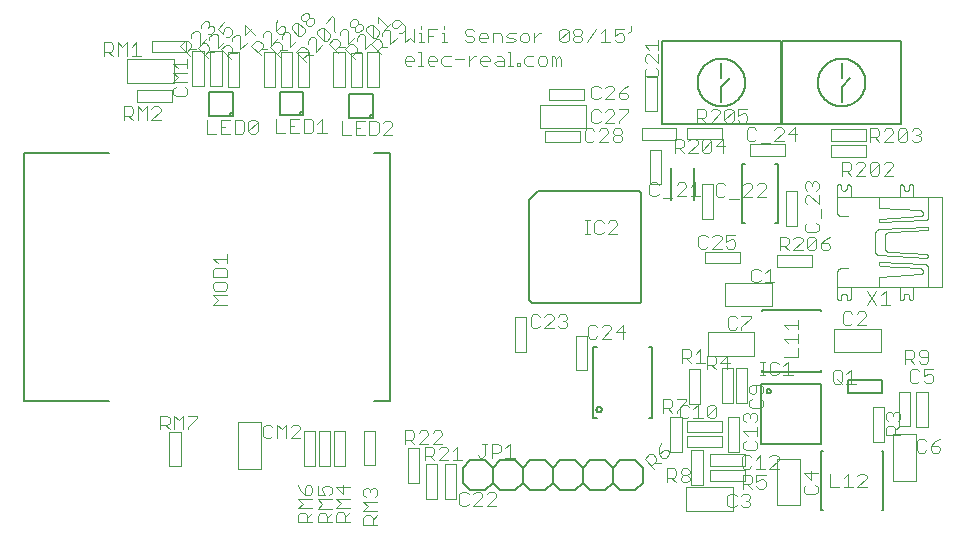
<source format=gto>
G75*
%MOIN*%
%OFA0B0*%
%FSLAX25Y25*%
%IPPOS*%
%LPD*%
%AMOC8*
5,1,8,0,0,1.08239X$1,22.5*
%
%ADD10C,0.00400*%
%ADD11C,0.00500*%
%ADD12C,0.00800*%
%ADD13C,0.00200*%
D10*
X0131100Y0167904D02*
X0131100Y0163300D01*
X0132635Y0164835D01*
X0134169Y0163300D01*
X0134169Y0167904D01*
X0135704Y0166369D02*
X0136471Y0166369D01*
X0136471Y0163300D01*
X0135704Y0163300D02*
X0137239Y0163300D01*
X0136471Y0167904D02*
X0136471Y0168671D01*
X0138773Y0163300D02*
X0138773Y0167904D01*
X0141842Y0167904D01*
X0140308Y0165602D02*
X0138773Y0165602D01*
X0143377Y0166369D02*
X0144144Y0166369D01*
X0144144Y0163300D01*
X0143377Y0163300D02*
X0144912Y0163300D01*
X0144144Y0167904D02*
X0144144Y0168671D01*
X0154120Y0167137D02*
X0153352Y0167904D01*
X0151818Y0167904D01*
X0151050Y0167137D01*
X0151050Y0166369D01*
X0151818Y0165602D01*
X0153352Y0165602D01*
X0154120Y0164835D01*
X0154120Y0164067D01*
X0153352Y0163300D01*
X0151818Y0163300D01*
X0151050Y0164067D01*
X0157956Y0163300D02*
X0156422Y0163300D01*
X0155654Y0164067D01*
X0155654Y0165602D01*
X0156422Y0166369D01*
X0157956Y0166369D01*
X0158724Y0165602D01*
X0158724Y0164835D01*
X0155654Y0164835D01*
X0160258Y0163300D02*
X0160258Y0166369D01*
X0162560Y0166369D01*
X0163327Y0165602D01*
X0163327Y0163300D01*
X0164862Y0163300D02*
X0167164Y0163300D01*
X0167931Y0164067D01*
X0167164Y0164835D01*
X0165629Y0164835D01*
X0164862Y0165602D01*
X0165629Y0166369D01*
X0167931Y0166369D01*
X0170233Y0163300D02*
X0171768Y0163300D01*
X0172535Y0164067D01*
X0172535Y0165602D01*
X0171768Y0166369D01*
X0170233Y0166369D01*
X0169466Y0165602D01*
X0169466Y0164067D01*
X0170233Y0163300D01*
X0174070Y0163300D02*
X0174070Y0166369D01*
X0174070Y0164835D02*
X0175605Y0166369D01*
X0176372Y0166369D01*
X0182510Y0164067D02*
X0182510Y0167137D01*
X0183278Y0167904D01*
X0184812Y0167904D01*
X0185580Y0167137D01*
X0185580Y0164067D01*
X0184812Y0163300D01*
X0183278Y0163300D01*
X0182510Y0164067D01*
X0185580Y0167137D01*
X0187114Y0167137D02*
X0187882Y0167904D01*
X0189416Y0167904D01*
X0190184Y0167137D01*
X0190184Y0166369D01*
X0189416Y0165602D01*
X0190184Y0164835D01*
X0190184Y0164067D01*
X0189416Y0163300D01*
X0187882Y0163300D01*
X0187114Y0164067D01*
X0187114Y0164835D01*
X0187882Y0165602D01*
X0187114Y0166369D01*
X0187114Y0167137D01*
X0187882Y0165602D02*
X0189416Y0165602D01*
X0191718Y0163300D02*
X0194788Y0167904D01*
X0196322Y0166369D02*
X0197857Y0167904D01*
X0197857Y0163300D01*
X0196322Y0163300D02*
X0199392Y0163300D01*
X0203995Y0167904D02*
X0200926Y0167904D01*
X0200926Y0165602D01*
X0202461Y0166369D01*
X0203228Y0166369D01*
X0203995Y0165602D01*
X0203995Y0164067D01*
X0203228Y0163300D01*
X0201693Y0163300D01*
X0200926Y0164067D01*
X0206297Y0168671D02*
X0206297Y0167137D01*
X0205530Y0166369D01*
X0133202Y0155600D02*
X0131667Y0155600D01*
X0130900Y0156367D01*
X0130900Y0157902D01*
X0131667Y0158669D01*
X0133202Y0158669D01*
X0133969Y0157902D01*
X0133969Y0157135D01*
X0130900Y0157135D01*
X0135504Y0160204D02*
X0136271Y0160204D01*
X0136271Y0155600D01*
X0135504Y0155600D02*
X0137039Y0155600D01*
X0140875Y0155600D02*
X0139341Y0155600D01*
X0138573Y0156367D01*
X0138573Y0157902D01*
X0139341Y0158669D01*
X0140875Y0158669D01*
X0141642Y0157902D01*
X0141642Y0157135D01*
X0138573Y0157135D01*
X0146246Y0158669D02*
X0143944Y0158669D01*
X0143177Y0157902D01*
X0143177Y0156367D01*
X0143944Y0155600D01*
X0146246Y0155600D01*
X0147781Y0157902D02*
X0150850Y0157902D01*
X0152385Y0158669D02*
X0152385Y0155600D01*
X0152385Y0157135D02*
X0153920Y0158669D01*
X0154687Y0158669D01*
X0158524Y0155600D02*
X0156989Y0155600D01*
X0156222Y0156367D01*
X0156222Y0157902D01*
X0156989Y0158669D01*
X0158524Y0158669D01*
X0159291Y0157902D01*
X0159291Y0157135D01*
X0156222Y0157135D01*
X0161593Y0158669D02*
X0163127Y0158669D01*
X0163895Y0157902D01*
X0163895Y0155600D01*
X0161593Y0155600D01*
X0160826Y0156367D01*
X0161593Y0157135D01*
X0163895Y0157135D01*
X0165429Y0160204D02*
X0166197Y0160204D01*
X0166197Y0155600D01*
X0166964Y0155600D02*
X0165429Y0155600D01*
X0168499Y0155600D02*
X0168499Y0156367D01*
X0169266Y0156367D01*
X0169266Y0155600D01*
X0168499Y0155600D01*
X0173870Y0158669D02*
X0171568Y0158669D01*
X0170801Y0157902D01*
X0170801Y0156367D01*
X0171568Y0155600D01*
X0173870Y0155600D01*
X0176172Y0155600D02*
X0177707Y0155600D01*
X0178474Y0156367D01*
X0178474Y0157902D01*
X0177707Y0158669D01*
X0176172Y0158669D01*
X0175405Y0157902D01*
X0175405Y0156367D01*
X0176172Y0155600D01*
X0180009Y0155600D02*
X0180009Y0158669D01*
X0180776Y0158669D01*
X0181543Y0157902D01*
X0181543Y0155600D01*
X0181543Y0157902D02*
X0182310Y0158669D01*
X0183078Y0157902D01*
X0183078Y0155600D01*
X0071661Y0075915D02*
X0067057Y0075915D01*
X0068591Y0077450D01*
X0067057Y0078984D01*
X0071661Y0078984D01*
X0067057Y0082821D02*
X0067057Y0081286D01*
X0067824Y0080519D01*
X0070893Y0080519D01*
X0071661Y0081286D01*
X0071661Y0082821D01*
X0070893Y0083588D01*
X0067824Y0083588D01*
X0067057Y0082821D01*
X0067057Y0085123D02*
X0071661Y0085123D01*
X0071661Y0087425D01*
X0070893Y0088192D01*
X0067824Y0088192D01*
X0067057Y0087425D01*
X0067057Y0085123D01*
X0068591Y0089727D02*
X0067057Y0091261D01*
X0071661Y0091261D01*
X0071661Y0089727D02*
X0071661Y0092796D01*
X0191109Y0099359D02*
X0192644Y0099359D01*
X0191877Y0099359D02*
X0191877Y0103963D01*
X0192644Y0103963D02*
X0191109Y0103963D01*
X0197248Y0103196D02*
X0196481Y0103963D01*
X0194946Y0103963D01*
X0194179Y0103196D01*
X0194179Y0100126D01*
X0194946Y0099359D01*
X0196481Y0099359D01*
X0197248Y0100126D01*
X0201852Y0099359D02*
X0198783Y0099359D01*
X0201852Y0102428D01*
X0201852Y0103196D01*
X0201085Y0103963D01*
X0199550Y0103963D01*
X0198783Y0103196D01*
X0310204Y0081716D02*
X0275156Y0081716D01*
X0275156Y0086683D01*
X0275156Y0086684D02*
X0275158Y0086756D01*
X0275163Y0086829D01*
X0275172Y0086901D01*
X0275185Y0086973D01*
X0275202Y0087043D01*
X0275222Y0087113D01*
X0275245Y0087182D01*
X0275272Y0087250D01*
X0275303Y0087316D01*
X0275336Y0087380D01*
X0275373Y0087443D01*
X0275413Y0087504D01*
X0275456Y0087562D01*
X0275502Y0087619D01*
X0275551Y0087673D01*
X0275602Y0087724D01*
X0275656Y0087773D01*
X0275713Y0087819D01*
X0275771Y0087862D01*
X0275832Y0087902D01*
X0275895Y0087939D01*
X0275959Y0087972D01*
X0276025Y0088003D01*
X0276093Y0088030D01*
X0276162Y0088053D01*
X0276232Y0088073D01*
X0276302Y0088090D01*
X0276374Y0088103D01*
X0276446Y0088112D01*
X0276519Y0088117D01*
X0276591Y0088119D01*
X0278689Y0088119D01*
X0278854Y0105283D02*
X0276536Y0105283D01*
X0276464Y0105285D01*
X0276392Y0105291D01*
X0276320Y0105300D01*
X0276249Y0105313D01*
X0276179Y0105330D01*
X0276110Y0105350D01*
X0276042Y0105375D01*
X0275975Y0105402D01*
X0275910Y0105433D01*
X0275846Y0105468D01*
X0275784Y0105506D01*
X0275725Y0105547D01*
X0275668Y0105591D01*
X0275613Y0105637D01*
X0275560Y0105687D01*
X0275510Y0105740D01*
X0275464Y0105795D01*
X0275420Y0105852D01*
X0275379Y0105911D01*
X0275341Y0105973D01*
X0275306Y0106037D01*
X0275275Y0106102D01*
X0275248Y0106169D01*
X0275223Y0106237D01*
X0275203Y0106306D01*
X0275186Y0106376D01*
X0275173Y0106447D01*
X0275164Y0106519D01*
X0275158Y0106591D01*
X0275156Y0106663D01*
X0275156Y0111686D01*
X0295964Y0111686D01*
X0310204Y0111686D01*
X0310204Y0081716D01*
X0275156Y0111686D02*
X0275156Y0115384D01*
X0275158Y0115432D01*
X0275163Y0115479D01*
X0275172Y0115526D01*
X0275185Y0115572D01*
X0275202Y0115617D01*
X0275222Y0115660D01*
X0275245Y0115702D01*
X0275271Y0115741D01*
X0275301Y0115779D01*
X0275333Y0115814D01*
X0275368Y0115846D01*
X0275406Y0115876D01*
X0275446Y0115902D01*
X0275487Y0115926D01*
X0275531Y0115945D01*
X0275575Y0115962D01*
X0275621Y0115975D01*
X0275668Y0115984D01*
X0275716Y0115989D01*
X0275763Y0115991D01*
X0275764Y0115991D01*
X0275763Y0115991D02*
X0275812Y0115989D01*
X0275862Y0115984D01*
X0275910Y0115974D01*
X0275958Y0115962D01*
X0276005Y0115945D01*
X0276050Y0115925D01*
X0276094Y0115902D01*
X0276136Y0115876D01*
X0276176Y0115847D01*
X0276213Y0115814D01*
X0276248Y0115779D01*
X0276281Y0115742D01*
X0276310Y0115702D01*
X0276336Y0115660D01*
X0276359Y0115616D01*
X0276379Y0115571D01*
X0276396Y0115524D01*
X0276408Y0115476D01*
X0276418Y0115428D01*
X0276423Y0115378D01*
X0276425Y0115329D01*
X0276426Y0115329D02*
X0276426Y0114722D01*
X0276425Y0114721D02*
X0276427Y0114663D01*
X0276432Y0114606D01*
X0276442Y0114549D01*
X0276455Y0114492D01*
X0276472Y0114437D01*
X0276492Y0114383D01*
X0276516Y0114330D01*
X0276543Y0114279D01*
X0276573Y0114230D01*
X0276607Y0114183D01*
X0276644Y0114139D01*
X0276683Y0114096D01*
X0276726Y0114057D01*
X0276770Y0114020D01*
X0276817Y0113986D01*
X0276866Y0113956D01*
X0276917Y0113929D01*
X0276970Y0113905D01*
X0277024Y0113885D01*
X0277079Y0113868D01*
X0277136Y0113855D01*
X0277193Y0113845D01*
X0277250Y0113840D01*
X0277308Y0113838D01*
X0277309Y0113839D02*
X0277419Y0113839D01*
X0277477Y0113841D01*
X0277534Y0113847D01*
X0277591Y0113856D01*
X0277648Y0113869D01*
X0277703Y0113886D01*
X0277757Y0113906D01*
X0277810Y0113930D01*
X0277861Y0113957D01*
X0277910Y0113988D01*
X0277957Y0114021D01*
X0278001Y0114058D01*
X0278043Y0114098D01*
X0278083Y0114140D01*
X0278120Y0114184D01*
X0278153Y0114231D01*
X0278184Y0114281D01*
X0278211Y0114331D01*
X0278235Y0114384D01*
X0278255Y0114438D01*
X0278272Y0114493D01*
X0278285Y0114550D01*
X0278294Y0114607D01*
X0278300Y0114664D01*
X0278302Y0114722D01*
X0278302Y0115384D01*
X0278304Y0115432D01*
X0278309Y0115479D01*
X0278319Y0115526D01*
X0278332Y0115572D01*
X0278348Y0115616D01*
X0278368Y0115660D01*
X0278391Y0115701D01*
X0278418Y0115741D01*
X0278447Y0115778D01*
X0278480Y0115813D01*
X0278515Y0115846D01*
X0278552Y0115875D01*
X0278592Y0115902D01*
X0278633Y0115925D01*
X0278677Y0115945D01*
X0278721Y0115961D01*
X0278767Y0115974D01*
X0278814Y0115984D01*
X0278861Y0115989D01*
X0278909Y0115991D01*
X0278958Y0115989D01*
X0279008Y0115984D01*
X0279056Y0115974D01*
X0279104Y0115962D01*
X0279151Y0115945D01*
X0279196Y0115925D01*
X0279240Y0115902D01*
X0279282Y0115876D01*
X0279322Y0115847D01*
X0279359Y0115814D01*
X0279394Y0115779D01*
X0279427Y0115742D01*
X0279456Y0115702D01*
X0279482Y0115660D01*
X0279505Y0115616D01*
X0279525Y0115571D01*
X0279542Y0115524D01*
X0279554Y0115476D01*
X0279564Y0115428D01*
X0279569Y0115378D01*
X0279571Y0115329D01*
X0279572Y0115329D02*
X0279572Y0111907D01*
X0295964Y0111686D02*
X0295964Y0115384D01*
X0295966Y0115431D01*
X0295971Y0115479D01*
X0295980Y0115526D01*
X0295993Y0115572D01*
X0296010Y0115617D01*
X0296030Y0115660D01*
X0296053Y0115702D01*
X0296079Y0115741D01*
X0296109Y0115779D01*
X0296141Y0115814D01*
X0296176Y0115846D01*
X0296214Y0115876D01*
X0296254Y0115902D01*
X0296295Y0115926D01*
X0296339Y0115946D01*
X0296384Y0115962D01*
X0296430Y0115975D01*
X0296477Y0115984D01*
X0296524Y0115989D01*
X0296572Y0115991D01*
X0296571Y0115991D01*
X0296620Y0115989D01*
X0296670Y0115984D01*
X0296718Y0115974D01*
X0296766Y0115962D01*
X0296813Y0115945D01*
X0296858Y0115925D01*
X0296902Y0115902D01*
X0296944Y0115876D01*
X0296984Y0115847D01*
X0297021Y0115814D01*
X0297056Y0115779D01*
X0297089Y0115742D01*
X0297118Y0115702D01*
X0297144Y0115660D01*
X0297167Y0115616D01*
X0297187Y0115571D01*
X0297204Y0115524D01*
X0297216Y0115476D01*
X0297226Y0115428D01*
X0297231Y0115378D01*
X0297233Y0115329D01*
X0297233Y0114722D01*
X0297233Y0114721D02*
X0297235Y0114663D01*
X0297240Y0114606D01*
X0297250Y0114549D01*
X0297263Y0114492D01*
X0297280Y0114437D01*
X0297300Y0114383D01*
X0297324Y0114330D01*
X0297351Y0114279D01*
X0297381Y0114230D01*
X0297415Y0114183D01*
X0297452Y0114139D01*
X0297491Y0114096D01*
X0297534Y0114057D01*
X0297578Y0114020D01*
X0297625Y0113986D01*
X0297674Y0113956D01*
X0297725Y0113929D01*
X0297778Y0113905D01*
X0297832Y0113885D01*
X0297887Y0113868D01*
X0297944Y0113855D01*
X0298001Y0113845D01*
X0298058Y0113840D01*
X0298116Y0113838D01*
X0298117Y0113839D02*
X0298227Y0113839D01*
X0298228Y0113838D02*
X0298285Y0113840D01*
X0298343Y0113846D01*
X0298400Y0113855D01*
X0298456Y0113868D01*
X0298512Y0113885D01*
X0298566Y0113905D01*
X0298618Y0113929D01*
X0298669Y0113956D01*
X0298718Y0113987D01*
X0298765Y0114020D01*
X0298810Y0114057D01*
X0298852Y0114097D01*
X0298892Y0114139D01*
X0298929Y0114184D01*
X0298962Y0114231D01*
X0298993Y0114280D01*
X0299020Y0114331D01*
X0299044Y0114383D01*
X0299064Y0114437D01*
X0299081Y0114493D01*
X0299094Y0114549D01*
X0299103Y0114606D01*
X0299109Y0114664D01*
X0299111Y0114721D01*
X0299110Y0114722D02*
X0299110Y0115384D01*
X0299112Y0115432D01*
X0299117Y0115479D01*
X0299127Y0115526D01*
X0299140Y0115572D01*
X0299156Y0115616D01*
X0299176Y0115660D01*
X0299199Y0115701D01*
X0299226Y0115741D01*
X0299255Y0115778D01*
X0299288Y0115813D01*
X0299323Y0115846D01*
X0299360Y0115875D01*
X0299400Y0115902D01*
X0299441Y0115925D01*
X0299485Y0115945D01*
X0299529Y0115961D01*
X0299575Y0115974D01*
X0299622Y0115984D01*
X0299669Y0115989D01*
X0299717Y0115991D01*
X0299766Y0115989D01*
X0299816Y0115984D01*
X0299864Y0115974D01*
X0299912Y0115962D01*
X0299959Y0115945D01*
X0300004Y0115925D01*
X0300048Y0115902D01*
X0300090Y0115876D01*
X0300130Y0115847D01*
X0300167Y0115814D01*
X0300202Y0115779D01*
X0300235Y0115742D01*
X0300264Y0115702D01*
X0300290Y0115660D01*
X0300313Y0115616D01*
X0300333Y0115571D01*
X0300350Y0115524D01*
X0300362Y0115476D01*
X0300372Y0115428D01*
X0300377Y0115378D01*
X0300379Y0115329D01*
X0300380Y0115329D02*
X0300380Y0111907D01*
X0300379Y0081717D02*
X0300379Y0078019D01*
X0300379Y0078018D02*
X0300377Y0077971D01*
X0300372Y0077923D01*
X0300363Y0077876D01*
X0300350Y0077830D01*
X0300333Y0077785D01*
X0300313Y0077742D01*
X0300290Y0077700D01*
X0300264Y0077661D01*
X0300234Y0077623D01*
X0300202Y0077588D01*
X0300167Y0077556D01*
X0300129Y0077526D01*
X0300089Y0077500D01*
X0300048Y0077476D01*
X0300004Y0077456D01*
X0299959Y0077440D01*
X0299913Y0077427D01*
X0299866Y0077418D01*
X0299819Y0077413D01*
X0299771Y0077411D01*
X0299772Y0077411D02*
X0299772Y0077411D01*
X0299772Y0077412D02*
X0299723Y0077414D01*
X0299673Y0077419D01*
X0299625Y0077429D01*
X0299577Y0077441D01*
X0299530Y0077458D01*
X0299485Y0077478D01*
X0299441Y0077501D01*
X0299399Y0077527D01*
X0299359Y0077556D01*
X0299322Y0077589D01*
X0299287Y0077624D01*
X0299254Y0077661D01*
X0299225Y0077701D01*
X0299199Y0077743D01*
X0299176Y0077787D01*
X0299156Y0077832D01*
X0299139Y0077879D01*
X0299127Y0077927D01*
X0299117Y0077975D01*
X0299112Y0078025D01*
X0299110Y0078074D01*
X0299110Y0078681D01*
X0299110Y0078680D02*
X0299108Y0078738D01*
X0299103Y0078795D01*
X0299093Y0078852D01*
X0299080Y0078909D01*
X0299063Y0078964D01*
X0299043Y0079018D01*
X0299019Y0079071D01*
X0298992Y0079122D01*
X0298961Y0079171D01*
X0298928Y0079218D01*
X0298891Y0079262D01*
X0298852Y0079305D01*
X0298809Y0079344D01*
X0298765Y0079381D01*
X0298718Y0079414D01*
X0298669Y0079445D01*
X0298618Y0079472D01*
X0298565Y0079496D01*
X0298511Y0079516D01*
X0298456Y0079533D01*
X0298399Y0079546D01*
X0298342Y0079556D01*
X0298285Y0079561D01*
X0298227Y0079563D01*
X0298227Y0079564D02*
X0298116Y0079564D01*
X0298116Y0079563D02*
X0298058Y0079561D01*
X0298001Y0079556D01*
X0297944Y0079546D01*
X0297887Y0079533D01*
X0297832Y0079516D01*
X0297778Y0079496D01*
X0297725Y0079472D01*
X0297674Y0079445D01*
X0297625Y0079414D01*
X0297578Y0079381D01*
X0297534Y0079344D01*
X0297491Y0079305D01*
X0297452Y0079262D01*
X0297415Y0079218D01*
X0297382Y0079171D01*
X0297351Y0079122D01*
X0297324Y0079071D01*
X0297300Y0079018D01*
X0297280Y0078964D01*
X0297263Y0078909D01*
X0297250Y0078852D01*
X0297240Y0078795D01*
X0297235Y0078738D01*
X0297233Y0078680D01*
X0297233Y0078681D02*
X0297233Y0078019D01*
X0297231Y0077971D01*
X0297226Y0077924D01*
X0297216Y0077877D01*
X0297203Y0077831D01*
X0297187Y0077787D01*
X0297167Y0077743D01*
X0297144Y0077702D01*
X0297117Y0077662D01*
X0297088Y0077625D01*
X0297055Y0077590D01*
X0297020Y0077557D01*
X0296983Y0077528D01*
X0296943Y0077501D01*
X0296902Y0077478D01*
X0296858Y0077458D01*
X0296814Y0077442D01*
X0296768Y0077429D01*
X0296721Y0077419D01*
X0296674Y0077414D01*
X0296626Y0077412D01*
X0296577Y0077414D01*
X0296527Y0077419D01*
X0296479Y0077429D01*
X0296431Y0077441D01*
X0296384Y0077458D01*
X0296339Y0077478D01*
X0296295Y0077501D01*
X0296253Y0077527D01*
X0296213Y0077556D01*
X0296176Y0077589D01*
X0296141Y0077624D01*
X0296108Y0077661D01*
X0296079Y0077701D01*
X0296053Y0077743D01*
X0296030Y0077787D01*
X0296010Y0077832D01*
X0295993Y0077879D01*
X0295981Y0077927D01*
X0295971Y0077975D01*
X0295966Y0078025D01*
X0295964Y0078074D01*
X0295964Y0081496D01*
X0279571Y0081717D02*
X0279571Y0078019D01*
X0279572Y0078019D02*
X0279570Y0077971D01*
X0279565Y0077923D01*
X0279555Y0077877D01*
X0279543Y0077831D01*
X0279526Y0077786D01*
X0279506Y0077742D01*
X0279483Y0077701D01*
X0279456Y0077661D01*
X0279427Y0077623D01*
X0279394Y0077588D01*
X0279359Y0077556D01*
X0279322Y0077526D01*
X0279282Y0077500D01*
X0279240Y0077477D01*
X0279197Y0077457D01*
X0279152Y0077440D01*
X0279106Y0077427D01*
X0279059Y0077418D01*
X0279012Y0077413D01*
X0278964Y0077411D01*
X0278964Y0077411D01*
X0278964Y0077412D02*
X0278915Y0077414D01*
X0278865Y0077419D01*
X0278817Y0077429D01*
X0278769Y0077441D01*
X0278722Y0077458D01*
X0278677Y0077478D01*
X0278633Y0077501D01*
X0278591Y0077527D01*
X0278551Y0077556D01*
X0278514Y0077589D01*
X0278479Y0077624D01*
X0278446Y0077661D01*
X0278417Y0077701D01*
X0278391Y0077743D01*
X0278368Y0077787D01*
X0278348Y0077832D01*
X0278331Y0077879D01*
X0278319Y0077927D01*
X0278309Y0077975D01*
X0278304Y0078025D01*
X0278302Y0078074D01*
X0278302Y0078681D01*
X0278300Y0078739D01*
X0278294Y0078796D01*
X0278285Y0078853D01*
X0278272Y0078910D01*
X0278255Y0078965D01*
X0278235Y0079019D01*
X0278211Y0079072D01*
X0278184Y0079123D01*
X0278153Y0079172D01*
X0278120Y0079219D01*
X0278083Y0079263D01*
X0278043Y0079305D01*
X0278001Y0079345D01*
X0277957Y0079382D01*
X0277910Y0079415D01*
X0277861Y0079446D01*
X0277810Y0079473D01*
X0277757Y0079497D01*
X0277703Y0079517D01*
X0277648Y0079534D01*
X0277591Y0079547D01*
X0277534Y0079556D01*
X0277477Y0079562D01*
X0277419Y0079564D01*
X0277308Y0079564D01*
X0277251Y0079562D01*
X0277193Y0079556D01*
X0277136Y0079547D01*
X0277080Y0079534D01*
X0277024Y0079517D01*
X0276970Y0079497D01*
X0276918Y0079473D01*
X0276867Y0079446D01*
X0276818Y0079415D01*
X0276771Y0079382D01*
X0276726Y0079345D01*
X0276684Y0079305D01*
X0276644Y0079263D01*
X0276607Y0079218D01*
X0276574Y0079171D01*
X0276543Y0079122D01*
X0276516Y0079071D01*
X0276492Y0079019D01*
X0276472Y0078965D01*
X0276455Y0078909D01*
X0276442Y0078853D01*
X0276433Y0078796D01*
X0276427Y0078738D01*
X0276425Y0078681D01*
X0276425Y0078019D01*
X0276423Y0077971D01*
X0276418Y0077924D01*
X0276408Y0077877D01*
X0276395Y0077831D01*
X0276379Y0077787D01*
X0276359Y0077743D01*
X0276336Y0077702D01*
X0276309Y0077662D01*
X0276280Y0077625D01*
X0276247Y0077590D01*
X0276212Y0077557D01*
X0276175Y0077528D01*
X0276135Y0077501D01*
X0276094Y0077478D01*
X0276050Y0077458D01*
X0276006Y0077442D01*
X0275960Y0077429D01*
X0275913Y0077419D01*
X0275866Y0077414D01*
X0275818Y0077412D01*
X0275769Y0077414D01*
X0275719Y0077419D01*
X0275671Y0077429D01*
X0275623Y0077441D01*
X0275576Y0077458D01*
X0275531Y0077478D01*
X0275487Y0077501D01*
X0275445Y0077527D01*
X0275405Y0077556D01*
X0275368Y0077589D01*
X0275333Y0077624D01*
X0275300Y0077661D01*
X0275271Y0077701D01*
X0275245Y0077743D01*
X0275222Y0077787D01*
X0275202Y0077832D01*
X0275185Y0077879D01*
X0275173Y0077927D01*
X0275163Y0077975D01*
X0275158Y0078025D01*
X0275156Y0078074D01*
X0275156Y0081772D01*
X0305512Y0081937D02*
X0305512Y0088008D01*
X0305513Y0088009D02*
X0305511Y0088081D01*
X0305505Y0088153D01*
X0305496Y0088225D01*
X0305483Y0088296D01*
X0305466Y0088366D01*
X0305446Y0088435D01*
X0305421Y0088503D01*
X0305394Y0088570D01*
X0305363Y0088635D01*
X0305328Y0088699D01*
X0305290Y0088761D01*
X0305249Y0088820D01*
X0305205Y0088877D01*
X0305159Y0088932D01*
X0305109Y0088985D01*
X0305056Y0089035D01*
X0305001Y0089081D01*
X0304944Y0089125D01*
X0304885Y0089166D01*
X0304823Y0089204D01*
X0304759Y0089239D01*
X0304694Y0089270D01*
X0304627Y0089297D01*
X0304559Y0089322D01*
X0304490Y0089342D01*
X0304420Y0089359D01*
X0304349Y0089372D01*
X0304277Y0089381D01*
X0304205Y0089387D01*
X0304133Y0089389D01*
X0304132Y0089388D02*
X0303967Y0089388D01*
X0289506Y0090050D01*
X0289458Y0090051D01*
X0289411Y0090047D01*
X0289364Y0090039D01*
X0289317Y0090028D01*
X0289272Y0090012D01*
X0289228Y0089993D01*
X0289186Y0089971D01*
X0289145Y0089945D01*
X0289107Y0089915D01*
X0289072Y0089883D01*
X0289039Y0089848D01*
X0289010Y0089811D01*
X0288983Y0089771D01*
X0288960Y0089729D01*
X0288941Y0089685D01*
X0288925Y0089640D01*
X0288913Y0089593D01*
X0288905Y0089546D01*
X0288901Y0089499D01*
X0288900Y0089451D01*
X0288904Y0089403D01*
X0288912Y0089356D01*
X0288923Y0089309D01*
X0288938Y0089264D01*
X0288957Y0089220D01*
X0288980Y0089178D01*
X0289006Y0089137D01*
X0289035Y0089099D01*
X0289067Y0089064D01*
X0289102Y0089031D01*
X0289139Y0089001D01*
X0289179Y0088975D01*
X0289221Y0088952D01*
X0289265Y0088932D01*
X0289310Y0088916D01*
X0289356Y0088904D01*
X0289404Y0088896D01*
X0289451Y0088892D01*
X0289451Y0088891D02*
X0302808Y0088008D01*
X0302869Y0088002D01*
X0302930Y0087992D01*
X0302990Y0087978D01*
X0303050Y0087960D01*
X0303108Y0087939D01*
X0303164Y0087914D01*
X0303219Y0087885D01*
X0303272Y0087853D01*
X0303322Y0087818D01*
X0303371Y0087780D01*
X0303416Y0087738D01*
X0303459Y0087694D01*
X0303499Y0087647D01*
X0303536Y0087597D01*
X0303570Y0087546D01*
X0303601Y0087492D01*
X0303627Y0087436D01*
X0303651Y0087379D01*
X0303670Y0087320D01*
X0303686Y0087261D01*
X0303698Y0087200D01*
X0303706Y0087139D01*
X0303710Y0087077D01*
X0303711Y0087015D01*
X0303707Y0086954D01*
X0303699Y0086892D01*
X0303688Y0086832D01*
X0303672Y0086772D01*
X0303653Y0086713D01*
X0303630Y0086656D01*
X0303604Y0086600D01*
X0303574Y0086546D01*
X0303540Y0086494D01*
X0303504Y0086444D01*
X0303464Y0086397D01*
X0303421Y0086353D01*
X0303376Y0086311D01*
X0303328Y0086272D01*
X0303277Y0086236D01*
X0303225Y0086204D01*
X0303170Y0086175D01*
X0303114Y0086149D01*
X0303056Y0086128D01*
X0302997Y0086110D01*
X0302937Y0086095D01*
X0302876Y0086085D01*
X0302814Y0086079D01*
X0302753Y0086076D01*
X0289341Y0085193D01*
X0289300Y0085189D01*
X0289260Y0085181D01*
X0289221Y0085169D01*
X0289183Y0085155D01*
X0289146Y0085137D01*
X0289111Y0085116D01*
X0289078Y0085092D01*
X0289047Y0085065D01*
X0289019Y0085035D01*
X0288993Y0085004D01*
X0288970Y0084970D01*
X0288950Y0084934D01*
X0288933Y0084897D01*
X0288919Y0084859D01*
X0288909Y0084819D01*
X0288903Y0084779D01*
X0288899Y0084738D01*
X0288900Y0084697D01*
X0288899Y0084697D02*
X0288899Y0081937D01*
X0289065Y0092423D02*
X0288993Y0092425D01*
X0288922Y0092431D01*
X0288851Y0092441D01*
X0288780Y0092454D01*
X0288711Y0092471D01*
X0288642Y0092493D01*
X0288575Y0092517D01*
X0288509Y0092546D01*
X0288445Y0092578D01*
X0288382Y0092613D01*
X0288322Y0092652D01*
X0288263Y0092693D01*
X0288208Y0092738D01*
X0288154Y0092786D01*
X0288103Y0092837D01*
X0288055Y0092891D01*
X0288010Y0092946D01*
X0287969Y0093005D01*
X0287930Y0093065D01*
X0287895Y0093128D01*
X0287863Y0093192D01*
X0287834Y0093258D01*
X0287810Y0093325D01*
X0287788Y0093394D01*
X0287771Y0093463D01*
X0287758Y0093534D01*
X0287748Y0093605D01*
X0287742Y0093676D01*
X0287740Y0093748D01*
X0289065Y0092424D02*
X0304905Y0091596D01*
X0304950Y0091595D01*
X0304994Y0091599D01*
X0305038Y0091606D01*
X0305082Y0091616D01*
X0305124Y0091631D01*
X0305165Y0091649D01*
X0305204Y0091670D01*
X0305241Y0091695D01*
X0305276Y0091722D01*
X0305308Y0091753D01*
X0305338Y0091786D01*
X0305365Y0091822D01*
X0305389Y0091859D01*
X0305409Y0091899D01*
X0305426Y0091940D01*
X0305440Y0091983D01*
X0305450Y0092026D01*
X0305456Y0092070D01*
X0305458Y0092115D01*
X0305457Y0092159D01*
X0305451Y0092204D01*
X0305442Y0092247D01*
X0305430Y0092290D01*
X0305414Y0092331D01*
X0305394Y0092371D01*
X0305371Y0092410D01*
X0305345Y0092446D01*
X0305316Y0092479D01*
X0305284Y0092511D01*
X0305249Y0092539D01*
X0305213Y0092564D01*
X0305174Y0092586D01*
X0305134Y0092605D01*
X0305092Y0092620D01*
X0305049Y0092632D01*
X0305005Y0092640D01*
X0304961Y0092644D01*
X0304960Y0092644D02*
X0292707Y0093307D01*
X0292626Y0093309D01*
X0292544Y0093315D01*
X0292463Y0093324D01*
X0292383Y0093338D01*
X0292304Y0093355D01*
X0292225Y0093376D01*
X0292147Y0093401D01*
X0292071Y0093430D01*
X0291996Y0093462D01*
X0291923Y0093497D01*
X0291852Y0093536D01*
X0291782Y0093579D01*
X0291715Y0093624D01*
X0291649Y0093673D01*
X0291587Y0093725D01*
X0291526Y0093780D01*
X0291469Y0093837D01*
X0291414Y0093898D01*
X0291362Y0093960D01*
X0291313Y0094026D01*
X0291268Y0094093D01*
X0291225Y0094163D01*
X0291186Y0094234D01*
X0291151Y0094307D01*
X0291119Y0094382D01*
X0291090Y0094458D01*
X0291065Y0094536D01*
X0291044Y0094615D01*
X0291027Y0094694D01*
X0291013Y0094774D01*
X0291004Y0094855D01*
X0290998Y0094937D01*
X0290996Y0095018D01*
X0290996Y0098495D01*
X0290998Y0098574D01*
X0291003Y0098652D01*
X0291013Y0098731D01*
X0291026Y0098808D01*
X0291043Y0098885D01*
X0291063Y0098962D01*
X0291087Y0099037D01*
X0291115Y0099110D01*
X0291146Y0099183D01*
X0291180Y0099254D01*
X0291218Y0099323D01*
X0291259Y0099390D01*
X0291303Y0099456D01*
X0291350Y0099519D01*
X0291400Y0099579D01*
X0291453Y0099638D01*
X0291509Y0099694D01*
X0291568Y0099747D01*
X0291628Y0099797D01*
X0291691Y0099844D01*
X0291757Y0099888D01*
X0291824Y0099929D01*
X0291893Y0099967D01*
X0291964Y0100001D01*
X0292037Y0100032D01*
X0292110Y0100060D01*
X0292185Y0100084D01*
X0292262Y0100104D01*
X0292339Y0100121D01*
X0292416Y0100134D01*
X0292495Y0100144D01*
X0292573Y0100149D01*
X0292652Y0100151D01*
X0292928Y0100151D01*
X0304905Y0100703D01*
X0304906Y0100704D02*
X0304952Y0100708D01*
X0304998Y0100716D01*
X0305043Y0100728D01*
X0305087Y0100743D01*
X0305130Y0100763D01*
X0305171Y0100786D01*
X0305209Y0100812D01*
X0305246Y0100841D01*
X0305279Y0100874D01*
X0305310Y0100909D01*
X0305338Y0100947D01*
X0305362Y0100986D01*
X0305383Y0101028D01*
X0305401Y0101072D01*
X0305414Y0101116D01*
X0305424Y0101162D01*
X0305430Y0101208D01*
X0305432Y0101255D01*
X0305430Y0101302D01*
X0305424Y0101348D01*
X0305414Y0101394D01*
X0305401Y0101438D01*
X0305383Y0101482D01*
X0305362Y0101524D01*
X0305338Y0101563D01*
X0305310Y0101601D01*
X0305279Y0101636D01*
X0305246Y0101669D01*
X0305209Y0101698D01*
X0305171Y0101724D01*
X0305130Y0101747D01*
X0305087Y0101767D01*
X0305043Y0101782D01*
X0304998Y0101794D01*
X0304952Y0101802D01*
X0304906Y0101806D01*
X0304905Y0101806D02*
X0289175Y0100979D01*
X0289100Y0100977D01*
X0289025Y0100971D01*
X0288951Y0100961D01*
X0288877Y0100948D01*
X0288804Y0100930D01*
X0288732Y0100909D01*
X0288661Y0100884D01*
X0288591Y0100855D01*
X0288524Y0100823D01*
X0288458Y0100787D01*
X0288393Y0100747D01*
X0288332Y0100705D01*
X0288272Y0100659D01*
X0288215Y0100610D01*
X0288160Y0100559D01*
X0288109Y0100504D01*
X0288060Y0100447D01*
X0288014Y0100387D01*
X0287972Y0100326D01*
X0287932Y0100262D01*
X0287896Y0100195D01*
X0287864Y0100128D01*
X0287835Y0100058D01*
X0287810Y0099987D01*
X0287789Y0099915D01*
X0287771Y0099842D01*
X0287758Y0099768D01*
X0287748Y0099694D01*
X0287742Y0099619D01*
X0287740Y0099544D01*
X0287740Y0093748D01*
X0305512Y0105394D02*
X0305512Y0111465D01*
X0305511Y0105394D02*
X0305509Y0105321D01*
X0305503Y0105249D01*
X0305494Y0105178D01*
X0305481Y0105107D01*
X0305464Y0105037D01*
X0305443Y0104967D01*
X0305419Y0104899D01*
X0305392Y0104833D01*
X0305361Y0104767D01*
X0305326Y0104704D01*
X0305288Y0104642D01*
X0305247Y0104583D01*
X0305203Y0104525D01*
X0305157Y0104471D01*
X0305107Y0104418D01*
X0305054Y0104368D01*
X0305000Y0104322D01*
X0304942Y0104278D01*
X0304883Y0104237D01*
X0304821Y0104199D01*
X0304758Y0104164D01*
X0304692Y0104133D01*
X0304626Y0104106D01*
X0304558Y0104082D01*
X0304488Y0104061D01*
X0304418Y0104044D01*
X0304347Y0104031D01*
X0304276Y0104022D01*
X0304204Y0104016D01*
X0304131Y0104014D01*
X0304132Y0104014D02*
X0303967Y0104014D01*
X0289506Y0103352D01*
X0289506Y0103353D02*
X0289458Y0103352D01*
X0289411Y0103356D01*
X0289364Y0103364D01*
X0289317Y0103375D01*
X0289272Y0103391D01*
X0289228Y0103410D01*
X0289186Y0103432D01*
X0289145Y0103458D01*
X0289107Y0103488D01*
X0289072Y0103520D01*
X0289039Y0103555D01*
X0289010Y0103592D01*
X0288983Y0103632D01*
X0288960Y0103674D01*
X0288941Y0103718D01*
X0288925Y0103763D01*
X0288913Y0103810D01*
X0288905Y0103857D01*
X0288901Y0103904D01*
X0288900Y0103952D01*
X0288904Y0104000D01*
X0288912Y0104047D01*
X0288923Y0104094D01*
X0288938Y0104139D01*
X0288957Y0104183D01*
X0288980Y0104225D01*
X0289006Y0104266D01*
X0289035Y0104304D01*
X0289067Y0104339D01*
X0289102Y0104372D01*
X0289139Y0104402D01*
X0289179Y0104428D01*
X0289221Y0104451D01*
X0289265Y0104471D01*
X0289310Y0104487D01*
X0289356Y0104499D01*
X0289404Y0104507D01*
X0289451Y0104511D01*
X0302807Y0105394D01*
X0302808Y0105394D02*
X0302869Y0105400D01*
X0302930Y0105410D01*
X0302990Y0105424D01*
X0303050Y0105442D01*
X0303108Y0105463D01*
X0303164Y0105488D01*
X0303219Y0105517D01*
X0303272Y0105549D01*
X0303322Y0105584D01*
X0303371Y0105622D01*
X0303416Y0105664D01*
X0303459Y0105708D01*
X0303499Y0105755D01*
X0303536Y0105805D01*
X0303570Y0105856D01*
X0303601Y0105910D01*
X0303627Y0105966D01*
X0303651Y0106023D01*
X0303670Y0106082D01*
X0303686Y0106141D01*
X0303698Y0106202D01*
X0303706Y0106263D01*
X0303710Y0106325D01*
X0303711Y0106387D01*
X0303707Y0106448D01*
X0303699Y0106510D01*
X0303688Y0106570D01*
X0303672Y0106630D01*
X0303653Y0106689D01*
X0303630Y0106746D01*
X0303604Y0106802D01*
X0303574Y0106856D01*
X0303540Y0106908D01*
X0303504Y0106958D01*
X0303464Y0107005D01*
X0303421Y0107049D01*
X0303376Y0107091D01*
X0303328Y0107130D01*
X0303277Y0107166D01*
X0303225Y0107198D01*
X0303170Y0107227D01*
X0303114Y0107253D01*
X0303056Y0107274D01*
X0302997Y0107292D01*
X0302937Y0107307D01*
X0302876Y0107317D01*
X0302814Y0107323D01*
X0302753Y0107326D01*
X0302752Y0107326D02*
X0289341Y0108209D01*
X0289300Y0108213D01*
X0289260Y0108221D01*
X0289221Y0108233D01*
X0289183Y0108247D01*
X0289146Y0108265D01*
X0289111Y0108286D01*
X0289078Y0108310D01*
X0289047Y0108337D01*
X0289019Y0108367D01*
X0288993Y0108398D01*
X0288970Y0108432D01*
X0288950Y0108468D01*
X0288933Y0108505D01*
X0288919Y0108543D01*
X0288909Y0108583D01*
X0288903Y0108623D01*
X0288899Y0108664D01*
X0288900Y0108705D01*
X0288899Y0108706D02*
X0288899Y0111465D01*
X0285100Y0080504D02*
X0288169Y0075900D01*
X0285100Y0075900D02*
X0288169Y0080504D01*
X0289704Y0078969D02*
X0291239Y0080504D01*
X0291239Y0075900D01*
X0292773Y0075900D02*
X0289704Y0075900D01*
X0065071Y0137517D02*
X0065071Y0132913D01*
X0068140Y0132913D01*
X0072744Y0137517D02*
X0069675Y0137517D01*
X0069675Y0132913D01*
X0072744Y0132913D01*
X0071209Y0135215D02*
X0069675Y0135215D01*
X0074279Y0137517D02*
X0074279Y0132913D01*
X0076581Y0132913D01*
X0077348Y0133681D01*
X0077348Y0136750D01*
X0076581Y0137517D01*
X0074279Y0137517D01*
X0078883Y0133681D02*
X0078883Y0136750D01*
X0079650Y0137517D01*
X0081185Y0137517D01*
X0081952Y0136750D01*
X0081952Y0133681D01*
X0081185Y0132913D01*
X0079650Y0132913D01*
X0078883Y0133681D01*
X0081952Y0136750D01*
X0088071Y0137717D02*
X0088071Y0133113D01*
X0091140Y0133113D01*
X0095744Y0137717D02*
X0092675Y0137717D01*
X0092675Y0133113D01*
X0095744Y0133113D01*
X0094209Y0135415D02*
X0092675Y0135415D01*
X0097279Y0137717D02*
X0097279Y0133113D01*
X0099581Y0133113D01*
X0100348Y0133881D01*
X0100348Y0136950D01*
X0099581Y0137717D01*
X0097279Y0137717D01*
X0101883Y0136183D02*
X0103417Y0137717D01*
X0103417Y0133113D01*
X0101883Y0133113D02*
X0104952Y0133113D01*
X0109971Y0137117D02*
X0109971Y0132513D01*
X0113040Y0132513D01*
X0117644Y0137117D02*
X0114575Y0137117D01*
X0114575Y0132513D01*
X0117644Y0132513D01*
X0116109Y0134815D02*
X0114575Y0134815D01*
X0119179Y0137117D02*
X0119179Y0132513D01*
X0121481Y0132513D01*
X0122248Y0133281D01*
X0122248Y0136350D01*
X0121481Y0137117D01*
X0119179Y0137117D01*
X0126852Y0132513D02*
X0123783Y0132513D01*
X0126852Y0135583D01*
X0126852Y0136350D01*
X0126085Y0137117D01*
X0124550Y0137117D01*
X0123783Y0136350D01*
X0155300Y0025667D02*
X0156067Y0024900D01*
X0156835Y0024900D01*
X0157602Y0025667D01*
X0157602Y0029504D01*
X0156835Y0029504D02*
X0158369Y0029504D01*
X0159904Y0024900D02*
X0159904Y0029504D01*
X0162206Y0029504D01*
X0162973Y0028737D01*
X0162973Y0027202D01*
X0162206Y0026435D01*
X0159904Y0026435D01*
X0164508Y0027969D02*
X0166042Y0029504D01*
X0166042Y0024900D01*
X0164508Y0024900D02*
X0167577Y0024900D01*
X0137800Y0024000D02*
X0137800Y0028604D01*
X0140102Y0028604D01*
X0140869Y0027837D01*
X0140869Y0026302D01*
X0140102Y0025535D01*
X0137800Y0025535D01*
X0139335Y0025535D02*
X0140869Y0024000D01*
X0145473Y0024000D02*
X0142404Y0024000D01*
X0145473Y0027069D01*
X0145473Y0027837D01*
X0144706Y0028604D01*
X0143171Y0028604D01*
X0142404Y0027837D01*
X0147008Y0027069D02*
X0148542Y0028604D01*
X0148542Y0024000D01*
X0147008Y0024000D02*
X0150077Y0024000D01*
X0131100Y0029400D02*
X0131100Y0034004D01*
X0133402Y0034004D01*
X0134169Y0033237D01*
X0134169Y0031702D01*
X0133402Y0030935D01*
X0131100Y0030935D01*
X0132635Y0030935D02*
X0134169Y0029400D01*
X0138773Y0029400D02*
X0135704Y0029400D01*
X0138773Y0032469D01*
X0138773Y0033237D01*
X0138006Y0034004D01*
X0136471Y0034004D01*
X0135704Y0033237D01*
X0143377Y0029400D02*
X0140308Y0029400D01*
X0143377Y0032469D01*
X0143377Y0033237D01*
X0142610Y0034004D01*
X0141075Y0034004D01*
X0140308Y0033237D01*
X0211663Y0154769D02*
X0210896Y0154002D01*
X0210896Y0152467D01*
X0211663Y0151700D01*
X0214733Y0151700D01*
X0215500Y0152467D01*
X0215500Y0154002D01*
X0214733Y0154769D01*
X0215500Y0159373D02*
X0215500Y0156304D01*
X0212431Y0159373D01*
X0211663Y0159373D01*
X0210896Y0158606D01*
X0210896Y0157071D01*
X0211663Y0156304D01*
X0212431Y0160908D02*
X0210896Y0162442D01*
X0215500Y0162442D01*
X0215500Y0160908D02*
X0215500Y0163977D01*
X0152269Y0012637D02*
X0151502Y0013404D01*
X0149967Y0013404D01*
X0149200Y0012637D01*
X0149200Y0009567D01*
X0149967Y0008800D01*
X0151502Y0008800D01*
X0152269Y0009567D01*
X0156873Y0008800D02*
X0153804Y0008800D01*
X0156873Y0011869D01*
X0156873Y0012637D01*
X0156106Y0013404D01*
X0154571Y0013404D01*
X0153804Y0012637D01*
X0161477Y0008800D02*
X0158408Y0008800D01*
X0161477Y0011869D01*
X0161477Y0012637D01*
X0160710Y0013404D01*
X0159175Y0013404D01*
X0158408Y0012637D01*
X0175969Y0071937D02*
X0175202Y0072704D01*
X0173667Y0072704D01*
X0172900Y0071937D01*
X0172900Y0068867D01*
X0173667Y0068100D01*
X0175202Y0068100D01*
X0175969Y0068867D01*
X0180573Y0068100D02*
X0177504Y0068100D01*
X0180573Y0071169D01*
X0180573Y0071937D01*
X0179806Y0072704D01*
X0178271Y0072704D01*
X0177504Y0071937D01*
X0182108Y0071937D02*
X0182875Y0072704D01*
X0184410Y0072704D01*
X0185177Y0071937D01*
X0185177Y0071169D01*
X0184410Y0070402D01*
X0183642Y0070402D01*
X0184410Y0070402D02*
X0185177Y0069635D01*
X0185177Y0068867D01*
X0184410Y0068100D01*
X0182875Y0068100D01*
X0182108Y0068867D01*
X0195169Y0068437D02*
X0194402Y0069204D01*
X0192867Y0069204D01*
X0192100Y0068437D01*
X0192100Y0065367D01*
X0192867Y0064600D01*
X0194402Y0064600D01*
X0195169Y0065367D01*
X0199773Y0064600D02*
X0196704Y0064600D01*
X0199773Y0067669D01*
X0199773Y0068437D01*
X0199006Y0069204D01*
X0197471Y0069204D01*
X0196704Y0068437D01*
X0203610Y0064600D02*
X0203610Y0069204D01*
X0201308Y0066902D01*
X0204377Y0066902D01*
X0231957Y0098437D02*
X0231190Y0099204D01*
X0229656Y0099204D01*
X0228888Y0098437D01*
X0228888Y0095367D01*
X0229656Y0094600D01*
X0231190Y0094600D01*
X0231957Y0095367D01*
X0236561Y0094600D02*
X0233492Y0094600D01*
X0236561Y0097669D01*
X0236561Y0098437D01*
X0235794Y0099204D01*
X0234259Y0099204D01*
X0233492Y0098437D01*
X0241165Y0099204D02*
X0238096Y0099204D01*
X0238096Y0096902D01*
X0239631Y0097669D01*
X0240398Y0097669D01*
X0241165Y0096902D01*
X0241165Y0095367D01*
X0240398Y0094600D01*
X0238863Y0094600D01*
X0238096Y0095367D01*
X0196269Y0148137D02*
X0195502Y0148904D01*
X0193967Y0148904D01*
X0193200Y0148137D01*
X0193200Y0145067D01*
X0193967Y0144300D01*
X0195502Y0144300D01*
X0196269Y0145067D01*
X0200873Y0144300D02*
X0197804Y0144300D01*
X0200873Y0147369D01*
X0200873Y0148137D01*
X0200106Y0148904D01*
X0198571Y0148904D01*
X0197804Y0148137D01*
X0205477Y0148904D02*
X0203942Y0148137D01*
X0202408Y0146602D01*
X0202408Y0145067D01*
X0203175Y0144300D01*
X0204710Y0144300D01*
X0205477Y0145067D01*
X0205477Y0145835D01*
X0204710Y0146602D01*
X0202408Y0146602D01*
X0196269Y0140237D02*
X0195502Y0141004D01*
X0193967Y0141004D01*
X0193200Y0140237D01*
X0193200Y0137167D01*
X0193967Y0136400D01*
X0195502Y0136400D01*
X0196269Y0137167D01*
X0200873Y0136400D02*
X0197804Y0136400D01*
X0200873Y0139469D01*
X0200873Y0140237D01*
X0200106Y0141004D01*
X0198571Y0141004D01*
X0197804Y0140237D01*
X0202408Y0141004D02*
X0205477Y0141004D01*
X0205477Y0140237D01*
X0202408Y0137167D01*
X0202408Y0136400D01*
X0194169Y0133937D02*
X0193402Y0134704D01*
X0191867Y0134704D01*
X0191100Y0133937D01*
X0191100Y0130867D01*
X0191867Y0130100D01*
X0193402Y0130100D01*
X0194169Y0130867D01*
X0198773Y0130100D02*
X0195704Y0130100D01*
X0198773Y0133169D01*
X0198773Y0133937D01*
X0198006Y0134704D01*
X0196471Y0134704D01*
X0195704Y0133937D01*
X0200308Y0133937D02*
X0201075Y0134704D01*
X0202610Y0134704D01*
X0203377Y0133937D01*
X0203377Y0133169D01*
X0202610Y0132402D01*
X0203377Y0131635D01*
X0203377Y0130867D01*
X0202610Y0130100D01*
X0201075Y0130100D01*
X0200308Y0130867D01*
X0200308Y0131635D01*
X0201075Y0132402D01*
X0200308Y0133169D01*
X0200308Y0133937D01*
X0201075Y0132402D02*
X0202610Y0132402D01*
X0121800Y0002588D02*
X0117196Y0002588D01*
X0117196Y0004890D01*
X0117963Y0005657D01*
X0119498Y0005657D01*
X0120265Y0004890D01*
X0120265Y0002588D01*
X0120265Y0004123D02*
X0121800Y0005657D01*
X0121800Y0007192D02*
X0117196Y0007192D01*
X0118731Y0008727D01*
X0117196Y0010261D01*
X0121800Y0010261D01*
X0117963Y0011796D02*
X0117196Y0012563D01*
X0117196Y0014098D01*
X0117963Y0014865D01*
X0118731Y0014865D01*
X0119498Y0014098D01*
X0119498Y0013331D01*
X0119498Y0014098D02*
X0120265Y0014865D01*
X0121033Y0014865D01*
X0121800Y0014098D01*
X0121800Y0012563D01*
X0121033Y0011796D01*
X0112700Y0003588D02*
X0108096Y0003588D01*
X0108096Y0005890D01*
X0108863Y0006657D01*
X0110398Y0006657D01*
X0111165Y0005890D01*
X0111165Y0003588D01*
X0111165Y0005123D02*
X0112700Y0006657D01*
X0112700Y0008192D02*
X0108096Y0008192D01*
X0109631Y0009727D01*
X0108096Y0011261D01*
X0112700Y0011261D01*
X0112700Y0015098D02*
X0108096Y0015098D01*
X0110398Y0012796D01*
X0110398Y0015865D01*
X0106600Y0003288D02*
X0101996Y0003288D01*
X0101996Y0005590D01*
X0102763Y0006357D01*
X0104298Y0006357D01*
X0105065Y0005590D01*
X0105065Y0003288D01*
X0105065Y0004823D02*
X0106600Y0006357D01*
X0106600Y0007892D02*
X0101996Y0007892D01*
X0103531Y0009427D01*
X0101996Y0010961D01*
X0106600Y0010961D01*
X0101996Y0015565D02*
X0101996Y0012496D01*
X0104298Y0012496D01*
X0103531Y0014031D01*
X0103531Y0014798D01*
X0104298Y0015565D01*
X0105833Y0015565D01*
X0106600Y0014798D01*
X0106600Y0013263D01*
X0105833Y0012496D01*
X0100000Y0003388D02*
X0095396Y0003388D01*
X0095396Y0005690D01*
X0096163Y0006457D01*
X0097698Y0006457D01*
X0098465Y0005690D01*
X0098465Y0003388D01*
X0098465Y0004923D02*
X0100000Y0006457D01*
X0100000Y0007992D02*
X0095396Y0007992D01*
X0096931Y0009527D01*
X0095396Y0011061D01*
X0100000Y0011061D01*
X0095396Y0015665D02*
X0096163Y0014131D01*
X0097698Y0012596D01*
X0099233Y0012596D01*
X0100000Y0013363D01*
X0100000Y0014898D01*
X0099233Y0015665D01*
X0098465Y0015665D01*
X0097698Y0014898D01*
X0097698Y0012596D01*
X0030688Y0158700D02*
X0030688Y0163304D01*
X0032990Y0163304D01*
X0033757Y0162537D01*
X0033757Y0161002D01*
X0032990Y0160235D01*
X0030688Y0160235D01*
X0032223Y0160235D02*
X0033757Y0158700D01*
X0035292Y0158700D02*
X0035292Y0163304D01*
X0036827Y0161769D01*
X0038361Y0163304D01*
X0038361Y0158700D01*
X0039896Y0161769D02*
X0041431Y0163304D01*
X0041431Y0158700D01*
X0042965Y0158700D02*
X0039896Y0158700D01*
X0037300Y0137400D02*
X0037300Y0142004D01*
X0039602Y0142004D01*
X0040369Y0141237D01*
X0040369Y0139702D01*
X0039602Y0138935D01*
X0037300Y0138935D01*
X0038835Y0138935D02*
X0040369Y0137400D01*
X0041904Y0137400D02*
X0041904Y0142004D01*
X0043439Y0140469D01*
X0044973Y0142004D01*
X0044973Y0137400D01*
X0049577Y0137400D02*
X0046508Y0137400D01*
X0049577Y0140469D01*
X0049577Y0141237D01*
X0048810Y0142004D01*
X0047275Y0142004D01*
X0046508Y0141237D01*
X0054563Y0148557D02*
X0053796Y0147790D01*
X0053796Y0146256D01*
X0054563Y0145488D01*
X0057633Y0145488D01*
X0058400Y0146256D01*
X0058400Y0147790D01*
X0057633Y0148557D01*
X0058400Y0150092D02*
X0053796Y0150092D01*
X0055331Y0151627D01*
X0053796Y0153161D01*
X0058400Y0153161D01*
X0055331Y0154696D02*
X0053796Y0156231D01*
X0058400Y0156231D01*
X0058400Y0157765D02*
X0058400Y0154696D01*
X0086869Y0035137D02*
X0086102Y0035904D01*
X0084567Y0035904D01*
X0083800Y0035137D01*
X0083800Y0032067D01*
X0084567Y0031300D01*
X0086102Y0031300D01*
X0086869Y0032067D01*
X0088404Y0031300D02*
X0088404Y0035904D01*
X0089939Y0034369D01*
X0091473Y0035904D01*
X0091473Y0031300D01*
X0096077Y0031300D02*
X0093008Y0031300D01*
X0096077Y0034369D01*
X0096077Y0035137D01*
X0095310Y0035904D01*
X0093775Y0035904D01*
X0093008Y0035137D01*
X0049500Y0034300D02*
X0049500Y0038904D01*
X0051802Y0038904D01*
X0052569Y0038137D01*
X0052569Y0036602D01*
X0051802Y0035835D01*
X0049500Y0035835D01*
X0051035Y0035835D02*
X0052569Y0034300D01*
X0054104Y0034300D02*
X0054104Y0038904D01*
X0055639Y0037369D01*
X0057173Y0038904D01*
X0057173Y0034300D01*
X0058708Y0038904D02*
X0061777Y0038904D01*
X0061777Y0038137D01*
X0058708Y0035067D01*
X0058708Y0034300D01*
X0255900Y0094000D02*
X0255900Y0098604D01*
X0258202Y0098604D01*
X0258969Y0097837D01*
X0258969Y0096302D01*
X0258202Y0095535D01*
X0255900Y0095535D01*
X0257435Y0095535D02*
X0258969Y0094000D01*
X0263573Y0094000D02*
X0260504Y0094000D01*
X0263573Y0097069D01*
X0263573Y0097837D01*
X0262806Y0098604D01*
X0261271Y0098604D01*
X0260504Y0097837D01*
X0265108Y0094767D02*
X0265108Y0097837D01*
X0265875Y0098604D01*
X0267410Y0098604D01*
X0268177Y0097837D01*
X0268177Y0094767D01*
X0267410Y0094000D01*
X0265875Y0094000D01*
X0265108Y0094767D01*
X0268177Y0097837D01*
X0272781Y0098604D02*
X0271246Y0097837D01*
X0269712Y0096302D01*
X0269712Y0094767D01*
X0270479Y0094000D01*
X0272014Y0094000D01*
X0272781Y0094767D01*
X0272781Y0095535D01*
X0272014Y0096302D01*
X0269712Y0096302D01*
X0220900Y0126500D02*
X0220900Y0131104D01*
X0223202Y0131104D01*
X0223969Y0130337D01*
X0223969Y0128802D01*
X0223202Y0128035D01*
X0220900Y0128035D01*
X0222435Y0128035D02*
X0223969Y0126500D01*
X0228573Y0126500D02*
X0225504Y0126500D01*
X0228573Y0129569D01*
X0228573Y0130337D01*
X0227806Y0131104D01*
X0226271Y0131104D01*
X0225504Y0130337D01*
X0230108Y0127267D02*
X0230108Y0130337D01*
X0230875Y0131104D01*
X0232410Y0131104D01*
X0233177Y0130337D01*
X0233177Y0127267D01*
X0232410Y0126500D01*
X0230875Y0126500D01*
X0230108Y0127267D01*
X0233177Y0130337D01*
X0237014Y0126500D02*
X0237014Y0131104D01*
X0234712Y0128802D01*
X0237781Y0128802D01*
X0228300Y0136600D02*
X0228300Y0141204D01*
X0230602Y0141204D01*
X0231369Y0140437D01*
X0231369Y0138902D01*
X0230602Y0138135D01*
X0228300Y0138135D01*
X0229835Y0138135D02*
X0231369Y0136600D01*
X0235973Y0136600D02*
X0232904Y0136600D01*
X0235973Y0139669D01*
X0235973Y0140437D01*
X0235206Y0141204D01*
X0233671Y0141204D01*
X0232904Y0140437D01*
X0237508Y0137367D02*
X0237508Y0140437D01*
X0238275Y0141204D01*
X0239810Y0141204D01*
X0240577Y0140437D01*
X0240577Y0137367D01*
X0239810Y0136600D01*
X0238275Y0136600D01*
X0237508Y0137367D01*
X0240577Y0140437D01*
X0245181Y0141204D02*
X0242112Y0141204D01*
X0242112Y0138902D01*
X0243646Y0139669D01*
X0244414Y0139669D01*
X0245181Y0138902D01*
X0245181Y0137367D01*
X0244414Y0136600D01*
X0242879Y0136600D01*
X0242112Y0137367D01*
X0276800Y0118900D02*
X0276800Y0123504D01*
X0279102Y0123504D01*
X0279869Y0122737D01*
X0279869Y0121202D01*
X0279102Y0120435D01*
X0276800Y0120435D01*
X0278335Y0120435D02*
X0279869Y0118900D01*
X0284473Y0118900D02*
X0281404Y0118900D01*
X0284473Y0121969D01*
X0284473Y0122737D01*
X0283706Y0123504D01*
X0282171Y0123504D01*
X0281404Y0122737D01*
X0286008Y0119667D02*
X0286008Y0122737D01*
X0286775Y0123504D01*
X0288310Y0123504D01*
X0289077Y0122737D01*
X0289077Y0119667D01*
X0288310Y0118900D01*
X0286775Y0118900D01*
X0286008Y0119667D01*
X0289077Y0122737D01*
X0293681Y0118900D02*
X0290612Y0118900D01*
X0293681Y0121969D01*
X0293681Y0122737D01*
X0292914Y0123504D01*
X0291379Y0123504D01*
X0290612Y0122737D01*
X0286100Y0130100D02*
X0286100Y0134704D01*
X0288402Y0134704D01*
X0289169Y0133937D01*
X0289169Y0132402D01*
X0288402Y0131635D01*
X0286100Y0131635D01*
X0287635Y0131635D02*
X0289169Y0130100D01*
X0293773Y0130100D02*
X0290704Y0130100D01*
X0293773Y0133169D01*
X0293773Y0133937D01*
X0293006Y0134704D01*
X0291471Y0134704D01*
X0290704Y0133937D01*
X0295308Y0130867D02*
X0295308Y0133937D01*
X0296075Y0134704D01*
X0297610Y0134704D01*
X0298377Y0133937D01*
X0298377Y0130867D01*
X0297610Y0130100D01*
X0296075Y0130100D01*
X0295308Y0130867D01*
X0298377Y0133937D01*
X0299912Y0133937D02*
X0300679Y0134704D01*
X0302214Y0134704D01*
X0302981Y0133937D01*
X0302981Y0133169D01*
X0302214Y0132402D01*
X0301446Y0132402D01*
X0302214Y0132402D02*
X0302981Y0131635D01*
X0302981Y0130867D01*
X0302214Y0130100D01*
X0300679Y0130100D01*
X0299912Y0130867D01*
X0114354Y0157812D02*
X0111098Y0161068D01*
X0112726Y0162695D01*
X0113811Y0162695D01*
X0114896Y0161610D01*
X0114896Y0160525D01*
X0113268Y0158897D01*
X0114354Y0159982D02*
X0116524Y0159982D01*
X0119779Y0163238D02*
X0117609Y0161068D01*
X0117609Y0165408D01*
X0117066Y0165951D01*
X0115981Y0165951D01*
X0114896Y0164866D01*
X0114896Y0163780D01*
X0120322Y0164866D02*
X0118152Y0167036D01*
X0118152Y0168121D01*
X0119237Y0169206D01*
X0120322Y0169206D01*
X0122492Y0167036D01*
X0122492Y0165951D01*
X0121407Y0164866D01*
X0120322Y0164866D01*
X0120322Y0169206D01*
X0121950Y0169749D02*
X0121950Y0171919D01*
X0125205Y0168664D01*
X0124120Y0167579D02*
X0126290Y0169749D01*
X0122924Y0159441D02*
X0119669Y0162697D01*
X0121297Y0164325D01*
X0122382Y0164325D01*
X0123467Y0163239D01*
X0123467Y0162154D01*
X0121839Y0160527D01*
X0122924Y0161612D02*
X0125095Y0161612D01*
X0128350Y0164867D02*
X0126180Y0162697D01*
X0126180Y0167037D01*
X0125637Y0167580D01*
X0124552Y0167580D01*
X0123467Y0166495D01*
X0123467Y0165410D01*
X0128893Y0166495D02*
X0129978Y0166495D01*
X0131063Y0167580D01*
X0131063Y0168665D01*
X0128893Y0170836D01*
X0127807Y0170836D01*
X0126722Y0169750D01*
X0126722Y0168665D01*
X0127265Y0168123D01*
X0128350Y0168123D01*
X0129978Y0169750D01*
X0108829Y0159654D02*
X0105574Y0162909D01*
X0107202Y0164537D01*
X0108287Y0164537D01*
X0109372Y0163452D01*
X0109372Y0162366D01*
X0107744Y0160739D01*
X0108829Y0161824D02*
X0111000Y0161824D01*
X0114255Y0165079D02*
X0112085Y0162909D01*
X0112085Y0167250D01*
X0111542Y0167792D01*
X0110457Y0167792D01*
X0109372Y0166707D01*
X0109372Y0165622D01*
X0112627Y0168877D02*
X0112627Y0169963D01*
X0113712Y0171048D01*
X0114798Y0171048D01*
X0115340Y0170505D01*
X0115340Y0169420D01*
X0116425Y0169420D01*
X0116968Y0168877D01*
X0116968Y0167792D01*
X0115883Y0166707D01*
X0114798Y0166707D01*
X0114255Y0167250D01*
X0114255Y0168335D01*
X0113170Y0168335D01*
X0112627Y0168877D01*
X0114255Y0168335D02*
X0115340Y0169420D01*
X0089439Y0158495D02*
X0086184Y0161750D01*
X0087812Y0163378D01*
X0088897Y0163378D01*
X0089982Y0162293D01*
X0089982Y0161208D01*
X0088354Y0159580D01*
X0089439Y0160665D02*
X0091610Y0160665D01*
X0094865Y0163921D02*
X0092695Y0161750D01*
X0092695Y0166091D01*
X0092152Y0166634D01*
X0091067Y0166634D01*
X0089982Y0165548D01*
X0089982Y0164463D01*
X0095408Y0165548D02*
X0093237Y0167719D01*
X0093237Y0168804D01*
X0094323Y0169889D01*
X0095408Y0169889D01*
X0097578Y0167719D01*
X0097578Y0166634D01*
X0096493Y0165548D01*
X0095408Y0165548D01*
X0095408Y0169889D01*
X0096493Y0170974D02*
X0096493Y0172059D01*
X0097578Y0173145D01*
X0098663Y0173145D01*
X0099206Y0172602D01*
X0099206Y0171517D01*
X0100291Y0171517D01*
X0100833Y0170974D01*
X0100833Y0169889D01*
X0099748Y0168804D01*
X0098663Y0168804D01*
X0098121Y0169346D01*
X0098121Y0170432D01*
X0097035Y0170432D01*
X0096493Y0170974D01*
X0098121Y0170432D02*
X0099206Y0171517D01*
X0098059Y0156876D02*
X0094803Y0160131D01*
X0096431Y0161759D01*
X0097516Y0161759D01*
X0098601Y0160674D01*
X0098601Y0159589D01*
X0096973Y0157961D01*
X0098059Y0159046D02*
X0100229Y0159046D01*
X0103484Y0162301D02*
X0101314Y0160131D01*
X0101314Y0164472D01*
X0100771Y0165014D01*
X0099686Y0165014D01*
X0098601Y0163929D01*
X0098601Y0162844D01*
X0104027Y0163929D02*
X0101857Y0166100D01*
X0101857Y0167185D01*
X0102942Y0168270D01*
X0104027Y0168270D01*
X0106197Y0166100D01*
X0106197Y0165014D01*
X0105112Y0163929D01*
X0104027Y0163929D01*
X0104027Y0168270D01*
X0104569Y0169898D02*
X0106740Y0172068D01*
X0107282Y0171525D01*
X0107282Y0167185D01*
X0107825Y0166642D01*
X0083046Y0159005D02*
X0079791Y0162260D01*
X0081419Y0163888D01*
X0082504Y0163888D01*
X0083589Y0162803D01*
X0083589Y0161718D01*
X0081961Y0160090D01*
X0083046Y0161175D02*
X0085217Y0161175D01*
X0088472Y0164431D02*
X0086302Y0162260D01*
X0086302Y0166601D01*
X0085759Y0167144D01*
X0084674Y0167144D01*
X0083589Y0166059D01*
X0083589Y0164973D01*
X0088472Y0170942D02*
X0087930Y0169314D01*
X0087930Y0167144D01*
X0089015Y0166059D01*
X0090100Y0166059D01*
X0091185Y0167144D01*
X0091185Y0168229D01*
X0090643Y0168771D01*
X0089557Y0168771D01*
X0087930Y0167144D01*
X0065341Y0158100D02*
X0062086Y0161355D01*
X0063714Y0162983D01*
X0064799Y0162983D01*
X0065884Y0161898D01*
X0065884Y0160813D01*
X0064256Y0159185D01*
X0065341Y0160270D02*
X0067512Y0160270D01*
X0070767Y0163526D02*
X0068597Y0161355D01*
X0068597Y0165696D01*
X0068054Y0166239D01*
X0066969Y0166239D01*
X0065884Y0165153D01*
X0065884Y0164068D01*
X0070767Y0170037D02*
X0068597Y0167866D01*
X0070225Y0166239D01*
X0070767Y0167866D01*
X0071310Y0168409D01*
X0072395Y0168409D01*
X0073480Y0167324D01*
X0073480Y0166239D01*
X0072395Y0165153D01*
X0071310Y0165153D01*
X0072929Y0157719D02*
X0069674Y0160975D01*
X0071302Y0162602D01*
X0072387Y0162602D01*
X0073472Y0161517D01*
X0073472Y0160432D01*
X0071844Y0158804D01*
X0072929Y0159890D02*
X0075100Y0159890D01*
X0078355Y0163145D02*
X0076185Y0160975D01*
X0076185Y0165315D01*
X0075642Y0165858D01*
X0074557Y0165858D01*
X0073472Y0164773D01*
X0073472Y0163688D01*
X0081068Y0165858D02*
X0077812Y0169113D01*
X0077812Y0165858D01*
X0079983Y0168028D01*
X0059341Y0158941D02*
X0056086Y0162197D01*
X0057714Y0163825D01*
X0058799Y0163825D01*
X0059884Y0162739D01*
X0059884Y0161654D01*
X0058256Y0160027D01*
X0059341Y0161112D02*
X0061512Y0161112D01*
X0064767Y0164367D02*
X0062597Y0162197D01*
X0062597Y0166537D01*
X0062054Y0167080D01*
X0060969Y0167080D01*
X0059884Y0165995D01*
X0059884Y0164910D01*
X0063139Y0168165D02*
X0063139Y0169250D01*
X0064225Y0170336D01*
X0065310Y0170336D01*
X0065852Y0169793D01*
X0065852Y0168708D01*
X0065310Y0168165D01*
X0065852Y0168708D02*
X0066937Y0168708D01*
X0067480Y0168165D01*
X0067480Y0167080D01*
X0066395Y0165995D01*
X0065310Y0165995D01*
X0248069Y0134237D02*
X0247302Y0135004D01*
X0245767Y0135004D01*
X0245000Y0134237D01*
X0245000Y0131167D01*
X0245767Y0130400D01*
X0247302Y0130400D01*
X0248069Y0131167D01*
X0249604Y0129633D02*
X0252673Y0129633D01*
X0257277Y0130400D02*
X0254208Y0130400D01*
X0257277Y0133469D01*
X0257277Y0134237D01*
X0256510Y0135004D01*
X0254975Y0135004D01*
X0254208Y0134237D01*
X0261114Y0130400D02*
X0261114Y0135004D01*
X0258812Y0132702D01*
X0261881Y0132702D01*
X0265063Y0103154D02*
X0264296Y0102386D01*
X0264296Y0100852D01*
X0265063Y0100084D01*
X0268133Y0100084D01*
X0268900Y0100852D01*
X0268900Y0102386D01*
X0268133Y0103154D01*
X0269667Y0104688D02*
X0269667Y0107757D01*
X0268900Y0112361D02*
X0268900Y0109292D01*
X0265831Y0112361D01*
X0265063Y0112361D01*
X0264296Y0111594D01*
X0264296Y0110059D01*
X0265063Y0109292D01*
X0265063Y0113896D02*
X0264296Y0114663D01*
X0264296Y0116198D01*
X0265063Y0116965D01*
X0265831Y0116965D01*
X0266598Y0116198D01*
X0266598Y0115431D01*
X0266598Y0116198D02*
X0267365Y0116965D01*
X0268133Y0116965D01*
X0268900Y0116198D01*
X0268900Y0114663D01*
X0268133Y0113896D01*
X0215569Y0115937D02*
X0214802Y0116704D01*
X0213267Y0116704D01*
X0212500Y0115937D01*
X0212500Y0112867D01*
X0213267Y0112100D01*
X0214802Y0112100D01*
X0215569Y0112867D01*
X0217104Y0111333D02*
X0220173Y0111333D01*
X0224777Y0112100D02*
X0221708Y0112100D01*
X0224777Y0115169D01*
X0224777Y0115937D01*
X0224010Y0116704D01*
X0222475Y0116704D01*
X0221708Y0115937D01*
X0226312Y0115169D02*
X0227846Y0116704D01*
X0227846Y0112100D01*
X0226312Y0112100D02*
X0229381Y0112100D01*
X0237669Y0115637D02*
X0236902Y0116404D01*
X0235367Y0116404D01*
X0234600Y0115637D01*
X0234600Y0112567D01*
X0235367Y0111800D01*
X0236902Y0111800D01*
X0237669Y0112567D01*
X0239204Y0111033D02*
X0242273Y0111033D01*
X0246877Y0111800D02*
X0243808Y0111800D01*
X0246877Y0114869D01*
X0246877Y0115637D01*
X0246110Y0116404D01*
X0244575Y0116404D01*
X0243808Y0115637D01*
X0251481Y0111800D02*
X0248412Y0111800D01*
X0251481Y0114869D01*
X0251481Y0115637D01*
X0250714Y0116404D01*
X0249179Y0116404D01*
X0248412Y0115637D01*
X0249500Y0052300D02*
X0251035Y0052300D01*
X0250267Y0052300D02*
X0250267Y0056904D01*
X0249500Y0056904D02*
X0251035Y0056904D01*
X0255639Y0056137D02*
X0254871Y0056904D01*
X0253337Y0056904D01*
X0252569Y0056137D01*
X0252569Y0053067D01*
X0253337Y0052300D01*
X0254871Y0052300D01*
X0255639Y0053067D01*
X0257173Y0055369D02*
X0258708Y0056904D01*
X0258708Y0052300D01*
X0260242Y0052300D02*
X0257173Y0052300D01*
X0249561Y0087137D02*
X0248794Y0087904D01*
X0247259Y0087904D01*
X0246492Y0087137D01*
X0246492Y0084067D01*
X0247259Y0083300D01*
X0248794Y0083300D01*
X0249561Y0084067D01*
X0251096Y0086369D02*
X0252631Y0087904D01*
X0252631Y0083300D01*
X0254165Y0083300D02*
X0251096Y0083300D01*
X0280169Y0072937D02*
X0279402Y0073704D01*
X0277867Y0073704D01*
X0277100Y0072937D01*
X0277100Y0069867D01*
X0277867Y0069100D01*
X0279402Y0069100D01*
X0280169Y0069867D01*
X0284773Y0069100D02*
X0281704Y0069100D01*
X0284773Y0072169D01*
X0284773Y0072937D01*
X0284006Y0073704D01*
X0282471Y0073704D01*
X0281704Y0072937D01*
X0241561Y0012137D02*
X0240794Y0012904D01*
X0239259Y0012904D01*
X0238492Y0012137D01*
X0238492Y0009067D01*
X0239259Y0008300D01*
X0240794Y0008300D01*
X0241561Y0009067D01*
X0243096Y0012137D02*
X0243863Y0012904D01*
X0245398Y0012904D01*
X0246165Y0012137D01*
X0246165Y0011369D01*
X0245398Y0010602D01*
X0244631Y0010602D01*
X0245398Y0010602D02*
X0246165Y0009835D01*
X0246165Y0009067D01*
X0245398Y0008300D01*
X0243863Y0008300D01*
X0243096Y0009067D01*
X0246563Y0044561D02*
X0245796Y0043794D01*
X0245796Y0042259D01*
X0246563Y0041492D01*
X0249633Y0041492D01*
X0250400Y0042259D01*
X0250400Y0043794D01*
X0249633Y0044561D01*
X0249633Y0046096D02*
X0250400Y0046863D01*
X0250400Y0048398D01*
X0249633Y0049165D01*
X0246563Y0049165D01*
X0245796Y0048398D01*
X0245796Y0046863D01*
X0246563Y0046096D01*
X0247331Y0046096D01*
X0248098Y0046863D01*
X0248098Y0049165D01*
X0225657Y0041837D02*
X0224890Y0042604D01*
X0223356Y0042604D01*
X0222588Y0041837D01*
X0222588Y0038767D01*
X0223356Y0038000D01*
X0224890Y0038000D01*
X0225657Y0038767D01*
X0227192Y0041069D02*
X0228727Y0042604D01*
X0228727Y0038000D01*
X0230261Y0038000D02*
X0227192Y0038000D01*
X0231796Y0038767D02*
X0231796Y0041837D01*
X0232563Y0042604D01*
X0234098Y0042604D01*
X0234865Y0041837D01*
X0234865Y0038767D01*
X0234098Y0038000D01*
X0232563Y0038000D01*
X0231796Y0038767D01*
X0234865Y0041837D01*
X0246369Y0025037D02*
X0245602Y0025804D01*
X0244067Y0025804D01*
X0243300Y0025037D01*
X0243300Y0021967D01*
X0244067Y0021200D01*
X0245602Y0021200D01*
X0246369Y0021967D01*
X0247904Y0024269D02*
X0249439Y0025804D01*
X0249439Y0021200D01*
X0250973Y0021200D02*
X0247904Y0021200D01*
X0255577Y0021200D02*
X0252508Y0021200D01*
X0255577Y0024269D01*
X0255577Y0025037D01*
X0254810Y0025804D01*
X0253275Y0025804D01*
X0252508Y0025037D01*
X0244563Y0030569D02*
X0243796Y0029802D01*
X0243796Y0028267D01*
X0244563Y0027500D01*
X0247633Y0027500D01*
X0248400Y0028267D01*
X0248400Y0029802D01*
X0247633Y0030569D01*
X0245331Y0032104D02*
X0243796Y0033639D01*
X0248400Y0033639D01*
X0248400Y0035173D02*
X0248400Y0032104D01*
X0244563Y0036708D02*
X0243796Y0037475D01*
X0243796Y0039010D01*
X0244563Y0039777D01*
X0245331Y0039777D01*
X0246098Y0039010D01*
X0246098Y0038242D01*
X0246098Y0039010D02*
X0246865Y0039777D01*
X0247633Y0039777D01*
X0248400Y0039010D01*
X0248400Y0037475D01*
X0247633Y0036708D01*
X0223300Y0056500D02*
X0223300Y0061104D01*
X0225602Y0061104D01*
X0226369Y0060337D01*
X0226369Y0058802D01*
X0225602Y0058035D01*
X0223300Y0058035D01*
X0224835Y0058035D02*
X0226369Y0056500D01*
X0227904Y0059569D02*
X0229439Y0061104D01*
X0229439Y0056500D01*
X0230973Y0056500D02*
X0227904Y0056500D01*
X0296000Y0032492D02*
X0291396Y0032492D01*
X0291396Y0034794D01*
X0292163Y0035561D01*
X0293698Y0035561D01*
X0294465Y0034794D01*
X0294465Y0032492D01*
X0294465Y0034027D02*
X0296000Y0035561D01*
X0292163Y0037096D02*
X0291396Y0037863D01*
X0291396Y0039398D01*
X0292163Y0040165D01*
X0292931Y0040165D01*
X0293698Y0039398D01*
X0293698Y0038631D01*
X0293698Y0039398D02*
X0294465Y0040165D01*
X0295233Y0040165D01*
X0296000Y0039398D01*
X0296000Y0037863D01*
X0295233Y0037096D01*
X0231600Y0054300D02*
X0231600Y0058904D01*
X0233902Y0058904D01*
X0234669Y0058137D01*
X0234669Y0056602D01*
X0233902Y0055835D01*
X0231600Y0055835D01*
X0233135Y0055835D02*
X0234669Y0054300D01*
X0238506Y0054300D02*
X0238506Y0058904D01*
X0236204Y0056602D01*
X0239273Y0056602D01*
X0243592Y0014600D02*
X0243592Y0019204D01*
X0245894Y0019204D01*
X0246661Y0018437D01*
X0246661Y0016902D01*
X0245894Y0016135D01*
X0243592Y0016135D01*
X0245127Y0016135D02*
X0246661Y0014600D01*
X0251265Y0019204D02*
X0248196Y0019204D01*
X0248196Y0016902D01*
X0249731Y0017669D01*
X0250498Y0017669D01*
X0251265Y0016902D01*
X0251265Y0015367D01*
X0250498Y0014600D01*
X0248963Y0014600D01*
X0248196Y0015367D01*
X0214164Y0021071D02*
X0210908Y0024326D01*
X0212536Y0025954D01*
X0213621Y0025954D01*
X0214706Y0024869D01*
X0214706Y0023784D01*
X0213078Y0022156D01*
X0214164Y0023241D02*
X0216334Y0023241D01*
X0216334Y0029752D02*
X0215791Y0028124D01*
X0215791Y0025954D01*
X0216876Y0024869D01*
X0217962Y0024869D01*
X0219047Y0025954D01*
X0219047Y0027039D01*
X0218504Y0027582D01*
X0217419Y0027582D01*
X0215791Y0025954D01*
X0217100Y0039800D02*
X0217100Y0044404D01*
X0219402Y0044404D01*
X0220169Y0043637D01*
X0220169Y0042102D01*
X0219402Y0041335D01*
X0217100Y0041335D01*
X0218635Y0041335D02*
X0220169Y0039800D01*
X0221704Y0044404D02*
X0224773Y0044404D01*
X0224773Y0043637D01*
X0221704Y0040567D01*
X0221704Y0039800D01*
X0218300Y0016700D02*
X0218300Y0021304D01*
X0220602Y0021304D01*
X0221369Y0020537D01*
X0221369Y0019002D01*
X0220602Y0018235D01*
X0218300Y0018235D01*
X0219835Y0018235D02*
X0221369Y0016700D01*
X0222904Y0020537D02*
X0223671Y0021304D01*
X0225206Y0021304D01*
X0225973Y0020537D01*
X0225973Y0019769D01*
X0225206Y0019002D01*
X0225973Y0018235D01*
X0225973Y0017467D01*
X0225206Y0016700D01*
X0223671Y0016700D01*
X0222904Y0017467D01*
X0222904Y0018235D01*
X0223671Y0019002D01*
X0222904Y0019769D01*
X0222904Y0020537D01*
X0223671Y0019002D02*
X0225206Y0019002D01*
X0273600Y0050367D02*
X0273600Y0053437D01*
X0274367Y0054204D01*
X0275902Y0054204D01*
X0276669Y0053437D01*
X0276669Y0050367D01*
X0275902Y0049600D01*
X0274367Y0049600D01*
X0273600Y0050367D01*
X0275135Y0051135D02*
X0276669Y0049600D01*
X0278204Y0052669D02*
X0279739Y0054204D01*
X0279739Y0049600D01*
X0281273Y0049600D02*
X0278204Y0049600D01*
X0264763Y0015861D02*
X0263996Y0015094D01*
X0263996Y0013559D01*
X0264763Y0012792D01*
X0267833Y0012792D01*
X0268600Y0013559D01*
X0268600Y0015094D01*
X0267833Y0015861D01*
X0268600Y0019698D02*
X0263996Y0019698D01*
X0266298Y0017396D01*
X0266298Y0020465D01*
X0302469Y0053637D02*
X0301702Y0054404D01*
X0300167Y0054404D01*
X0299400Y0053637D01*
X0299400Y0050567D01*
X0300167Y0049800D01*
X0301702Y0049800D01*
X0302469Y0050567D01*
X0307073Y0054404D02*
X0304004Y0054404D01*
X0304004Y0052102D01*
X0305539Y0052869D01*
X0306306Y0052869D01*
X0307073Y0052102D01*
X0307073Y0050567D01*
X0306306Y0049800D01*
X0304771Y0049800D01*
X0304004Y0050567D01*
X0304769Y0030437D02*
X0304002Y0031204D01*
X0302467Y0031204D01*
X0301700Y0030437D01*
X0301700Y0027367D01*
X0302467Y0026600D01*
X0304002Y0026600D01*
X0304769Y0027367D01*
X0309373Y0031204D02*
X0307839Y0030437D01*
X0306304Y0028902D01*
X0306304Y0027367D01*
X0307071Y0026600D01*
X0308606Y0026600D01*
X0309373Y0027367D01*
X0309373Y0028135D01*
X0308606Y0028902D01*
X0306304Y0028902D01*
X0297700Y0056200D02*
X0297700Y0060804D01*
X0300002Y0060804D01*
X0300769Y0060037D01*
X0300769Y0058502D01*
X0300002Y0057735D01*
X0297700Y0057735D01*
X0299235Y0057735D02*
X0300769Y0056200D01*
X0302304Y0056967D02*
X0303071Y0056200D01*
X0304606Y0056200D01*
X0305373Y0056967D01*
X0305373Y0060037D01*
X0304606Y0060804D01*
X0303071Y0060804D01*
X0302304Y0060037D01*
X0302304Y0059269D01*
X0303071Y0058502D01*
X0305373Y0058502D01*
X0241661Y0071437D02*
X0240894Y0072204D01*
X0239359Y0072204D01*
X0238592Y0071437D01*
X0238592Y0068367D01*
X0239359Y0067600D01*
X0240894Y0067600D01*
X0241661Y0068367D01*
X0243196Y0072204D02*
X0246265Y0072204D01*
X0246265Y0071437D01*
X0243196Y0068367D01*
X0243196Y0067600D01*
X0257293Y0058465D02*
X0261897Y0058465D01*
X0261897Y0061535D01*
X0258828Y0063069D02*
X0257293Y0064604D01*
X0261897Y0064604D01*
X0261897Y0063069D02*
X0261897Y0066139D01*
X0258828Y0067673D02*
X0257293Y0069208D01*
X0261897Y0069208D01*
X0261897Y0070742D02*
X0261897Y0067673D01*
X0272623Y0019601D02*
X0272623Y0014997D01*
X0275692Y0014997D01*
X0277227Y0018066D02*
X0278761Y0019601D01*
X0278761Y0014997D01*
X0277227Y0014997D02*
X0280296Y0014997D01*
X0284900Y0014997D02*
X0281831Y0014997D01*
X0284900Y0018066D01*
X0284900Y0018833D01*
X0284133Y0019601D01*
X0282598Y0019601D01*
X0281831Y0018833D01*
D11*
X0120610Y0126339D02*
X0126024Y0126339D01*
X0126024Y0043661D01*
X0120610Y0043661D01*
X0032520Y0126339D02*
X0003976Y0126339D01*
X0003976Y0043661D01*
X0032520Y0043661D01*
X0175352Y0113701D02*
X0208801Y0113701D01*
X0208861Y0113699D01*
X0208922Y0113694D01*
X0208981Y0113685D01*
X0209040Y0113672D01*
X0209099Y0113656D01*
X0209156Y0113636D01*
X0209211Y0113613D01*
X0209266Y0113586D01*
X0209318Y0113557D01*
X0209369Y0113524D01*
X0209418Y0113488D01*
X0209464Y0113450D01*
X0209508Y0113408D01*
X0209550Y0113364D01*
X0209588Y0113318D01*
X0209624Y0113269D01*
X0209657Y0113218D01*
X0209686Y0113166D01*
X0209713Y0113111D01*
X0209736Y0113056D01*
X0209756Y0112999D01*
X0209772Y0112940D01*
X0209785Y0112881D01*
X0209794Y0112822D01*
X0209799Y0112761D01*
X0209801Y0112701D01*
X0209801Y0077299D01*
X0209799Y0077239D01*
X0209794Y0077178D01*
X0209785Y0077119D01*
X0209772Y0077060D01*
X0209756Y0077001D01*
X0209736Y0076944D01*
X0209713Y0076889D01*
X0209686Y0076834D01*
X0209657Y0076782D01*
X0209624Y0076731D01*
X0209588Y0076682D01*
X0209550Y0076636D01*
X0209508Y0076592D01*
X0209464Y0076550D01*
X0209418Y0076512D01*
X0209369Y0076476D01*
X0209318Y0076443D01*
X0209266Y0076414D01*
X0209211Y0076387D01*
X0209156Y0076364D01*
X0209099Y0076344D01*
X0209040Y0076328D01*
X0208981Y0076315D01*
X0208922Y0076306D01*
X0208861Y0076301D01*
X0208801Y0076299D01*
X0174368Y0076299D01*
X0174282Y0076301D01*
X0174196Y0076306D01*
X0174111Y0076316D01*
X0174026Y0076329D01*
X0173942Y0076346D01*
X0173858Y0076366D01*
X0173776Y0076390D01*
X0173695Y0076418D01*
X0173614Y0076449D01*
X0173536Y0076483D01*
X0173459Y0076521D01*
X0173384Y0076563D01*
X0173310Y0076607D01*
X0173239Y0076655D01*
X0173169Y0076706D01*
X0173102Y0076760D01*
X0173038Y0076816D01*
X0172976Y0076876D01*
X0172916Y0076938D01*
X0172860Y0077002D01*
X0172806Y0077069D01*
X0172755Y0077139D01*
X0172707Y0077210D01*
X0172663Y0077284D01*
X0172621Y0077359D01*
X0172583Y0077436D01*
X0172549Y0077514D01*
X0172518Y0077595D01*
X0172490Y0077676D01*
X0172466Y0077758D01*
X0172446Y0077842D01*
X0172429Y0077926D01*
X0172416Y0078011D01*
X0172406Y0078096D01*
X0172401Y0078182D01*
X0172399Y0078268D01*
X0172399Y0110748D01*
X0175352Y0113701D01*
X0073737Y0146737D02*
X0073737Y0139847D01*
X0073737Y0138863D01*
X0072753Y0138863D01*
X0065863Y0138863D01*
X0065863Y0146737D01*
X0073737Y0146737D01*
X0073737Y0139847D02*
X0072753Y0139847D01*
X0072753Y0138863D01*
X0097137Y0146937D02*
X0097137Y0140047D01*
X0097137Y0139063D01*
X0096153Y0139063D01*
X0089263Y0139063D01*
X0089263Y0146937D01*
X0097137Y0146937D01*
X0097137Y0140047D02*
X0096153Y0140047D01*
X0096153Y0139063D01*
X0120337Y0146037D02*
X0120337Y0139147D01*
X0120337Y0138163D01*
X0119353Y0138163D01*
X0112463Y0138163D01*
X0112463Y0146037D01*
X0120337Y0146037D01*
X0120337Y0139147D02*
X0119353Y0139147D01*
X0119353Y0138163D01*
X0244479Y0103057D02*
X0243494Y0103057D01*
X0243494Y0122743D01*
X0244479Y0122743D01*
X0254321Y0122743D02*
X0255306Y0122743D01*
X0255306Y0103057D01*
X0254321Y0103057D01*
X0227437Y0110687D02*
X0227437Y0121513D01*
X0219563Y0121513D02*
X0219563Y0110687D01*
X0249800Y0049600D02*
X0269800Y0049600D01*
X0269800Y0029600D01*
X0249800Y0029600D01*
X0249800Y0049600D01*
X0251593Y0047100D02*
X0251595Y0047153D01*
X0251601Y0047205D01*
X0251611Y0047257D01*
X0251624Y0047308D01*
X0251642Y0047358D01*
X0251663Y0047407D01*
X0251688Y0047454D01*
X0251716Y0047498D01*
X0251747Y0047541D01*
X0251782Y0047581D01*
X0251819Y0047618D01*
X0251859Y0047653D01*
X0251902Y0047684D01*
X0251947Y0047712D01*
X0251993Y0047737D01*
X0252042Y0047758D01*
X0252092Y0047776D01*
X0252143Y0047789D01*
X0252195Y0047799D01*
X0252247Y0047805D01*
X0252300Y0047807D01*
X0252353Y0047805D01*
X0252405Y0047799D01*
X0252457Y0047789D01*
X0252508Y0047776D01*
X0252558Y0047758D01*
X0252607Y0047737D01*
X0252654Y0047712D01*
X0252698Y0047684D01*
X0252741Y0047653D01*
X0252781Y0047618D01*
X0252818Y0047581D01*
X0252853Y0047541D01*
X0252884Y0047498D01*
X0252912Y0047453D01*
X0252937Y0047407D01*
X0252958Y0047358D01*
X0252976Y0047308D01*
X0252989Y0047257D01*
X0252999Y0047205D01*
X0253005Y0047153D01*
X0253007Y0047100D01*
X0253005Y0047047D01*
X0252999Y0046995D01*
X0252989Y0046943D01*
X0252976Y0046892D01*
X0252958Y0046842D01*
X0252937Y0046793D01*
X0252912Y0046746D01*
X0252884Y0046702D01*
X0252853Y0046659D01*
X0252818Y0046619D01*
X0252781Y0046582D01*
X0252741Y0046547D01*
X0252698Y0046516D01*
X0252653Y0046488D01*
X0252607Y0046463D01*
X0252558Y0046442D01*
X0252508Y0046424D01*
X0252457Y0046411D01*
X0252405Y0046401D01*
X0252353Y0046395D01*
X0252300Y0046393D01*
X0252247Y0046395D01*
X0252195Y0046401D01*
X0252143Y0046411D01*
X0252092Y0046424D01*
X0252042Y0046442D01*
X0251993Y0046463D01*
X0251946Y0046488D01*
X0251902Y0046516D01*
X0251859Y0046547D01*
X0251819Y0046582D01*
X0251782Y0046619D01*
X0251747Y0046659D01*
X0251716Y0046702D01*
X0251688Y0046747D01*
X0251663Y0046793D01*
X0251642Y0046842D01*
X0251624Y0046892D01*
X0251611Y0046943D01*
X0251601Y0046995D01*
X0251595Y0047047D01*
X0251593Y0047100D01*
X0278787Y0050769D02*
X0290106Y0050769D01*
X0290106Y0046339D01*
X0278787Y0046339D01*
X0278787Y0050769D01*
X0296443Y0136142D02*
X0296443Y0163858D01*
X0256757Y0163858D01*
X0256757Y0136142D01*
X0296443Y0136142D01*
X0276600Y0143602D02*
X0276600Y0148524D01*
X0279553Y0151476D01*
X0276600Y0151476D02*
X0276600Y0156398D01*
X0268665Y0150000D02*
X0268667Y0150195D01*
X0268675Y0150389D01*
X0268687Y0150584D01*
X0268703Y0150778D01*
X0268725Y0150971D01*
X0268751Y0151164D01*
X0268782Y0151357D01*
X0268817Y0151548D01*
X0268858Y0151739D01*
X0268903Y0151928D01*
X0268952Y0152116D01*
X0269007Y0152303D01*
X0269065Y0152489D01*
X0269129Y0152673D01*
X0269197Y0152856D01*
X0269269Y0153037D01*
X0269346Y0153216D01*
X0269427Y0153393D01*
X0269512Y0153568D01*
X0269602Y0153741D01*
X0269696Y0153911D01*
X0269794Y0154079D01*
X0269896Y0154245D01*
X0270002Y0154408D01*
X0270112Y0154569D01*
X0270227Y0154727D01*
X0270344Y0154882D01*
X0270466Y0155034D01*
X0270592Y0155183D01*
X0270721Y0155329D01*
X0270853Y0155472D01*
X0270989Y0155611D01*
X0271128Y0155747D01*
X0271271Y0155879D01*
X0271417Y0156008D01*
X0271566Y0156134D01*
X0271718Y0156256D01*
X0271873Y0156373D01*
X0272031Y0156488D01*
X0272192Y0156598D01*
X0272355Y0156704D01*
X0272521Y0156806D01*
X0272689Y0156904D01*
X0272859Y0156998D01*
X0273032Y0157088D01*
X0273207Y0157173D01*
X0273384Y0157254D01*
X0273563Y0157331D01*
X0273744Y0157403D01*
X0273927Y0157471D01*
X0274111Y0157535D01*
X0274297Y0157593D01*
X0274484Y0157648D01*
X0274672Y0157697D01*
X0274861Y0157742D01*
X0275052Y0157783D01*
X0275243Y0157818D01*
X0275436Y0157849D01*
X0275629Y0157875D01*
X0275822Y0157897D01*
X0276016Y0157913D01*
X0276211Y0157925D01*
X0276405Y0157933D01*
X0276600Y0157935D01*
X0276795Y0157933D01*
X0276989Y0157925D01*
X0277184Y0157913D01*
X0277378Y0157897D01*
X0277571Y0157875D01*
X0277764Y0157849D01*
X0277957Y0157818D01*
X0278148Y0157783D01*
X0278339Y0157742D01*
X0278528Y0157697D01*
X0278716Y0157648D01*
X0278903Y0157593D01*
X0279089Y0157535D01*
X0279273Y0157471D01*
X0279456Y0157403D01*
X0279637Y0157331D01*
X0279816Y0157254D01*
X0279993Y0157173D01*
X0280168Y0157088D01*
X0280341Y0156998D01*
X0280511Y0156904D01*
X0280679Y0156806D01*
X0280845Y0156704D01*
X0281008Y0156598D01*
X0281169Y0156488D01*
X0281327Y0156373D01*
X0281482Y0156256D01*
X0281634Y0156134D01*
X0281783Y0156008D01*
X0281929Y0155879D01*
X0282072Y0155747D01*
X0282211Y0155611D01*
X0282347Y0155472D01*
X0282479Y0155329D01*
X0282608Y0155183D01*
X0282734Y0155034D01*
X0282856Y0154882D01*
X0282973Y0154727D01*
X0283088Y0154569D01*
X0283198Y0154408D01*
X0283304Y0154245D01*
X0283406Y0154079D01*
X0283504Y0153911D01*
X0283598Y0153741D01*
X0283688Y0153568D01*
X0283773Y0153393D01*
X0283854Y0153216D01*
X0283931Y0153037D01*
X0284003Y0152856D01*
X0284071Y0152673D01*
X0284135Y0152489D01*
X0284193Y0152303D01*
X0284248Y0152116D01*
X0284297Y0151928D01*
X0284342Y0151739D01*
X0284383Y0151548D01*
X0284418Y0151357D01*
X0284449Y0151164D01*
X0284475Y0150971D01*
X0284497Y0150778D01*
X0284513Y0150584D01*
X0284525Y0150389D01*
X0284533Y0150195D01*
X0284535Y0150000D01*
X0284533Y0149805D01*
X0284525Y0149611D01*
X0284513Y0149416D01*
X0284497Y0149222D01*
X0284475Y0149029D01*
X0284449Y0148836D01*
X0284418Y0148643D01*
X0284383Y0148452D01*
X0284342Y0148261D01*
X0284297Y0148072D01*
X0284248Y0147884D01*
X0284193Y0147697D01*
X0284135Y0147511D01*
X0284071Y0147327D01*
X0284003Y0147144D01*
X0283931Y0146963D01*
X0283854Y0146784D01*
X0283773Y0146607D01*
X0283688Y0146432D01*
X0283598Y0146259D01*
X0283504Y0146089D01*
X0283406Y0145921D01*
X0283304Y0145755D01*
X0283198Y0145592D01*
X0283088Y0145431D01*
X0282973Y0145273D01*
X0282856Y0145118D01*
X0282734Y0144966D01*
X0282608Y0144817D01*
X0282479Y0144671D01*
X0282347Y0144528D01*
X0282211Y0144389D01*
X0282072Y0144253D01*
X0281929Y0144121D01*
X0281783Y0143992D01*
X0281634Y0143866D01*
X0281482Y0143744D01*
X0281327Y0143627D01*
X0281169Y0143512D01*
X0281008Y0143402D01*
X0280845Y0143296D01*
X0280679Y0143194D01*
X0280511Y0143096D01*
X0280341Y0143002D01*
X0280168Y0142912D01*
X0279993Y0142827D01*
X0279816Y0142746D01*
X0279637Y0142669D01*
X0279456Y0142597D01*
X0279273Y0142529D01*
X0279089Y0142465D01*
X0278903Y0142407D01*
X0278716Y0142352D01*
X0278528Y0142303D01*
X0278339Y0142258D01*
X0278148Y0142217D01*
X0277957Y0142182D01*
X0277764Y0142151D01*
X0277571Y0142125D01*
X0277378Y0142103D01*
X0277184Y0142087D01*
X0276989Y0142075D01*
X0276795Y0142067D01*
X0276600Y0142065D01*
X0276405Y0142067D01*
X0276211Y0142075D01*
X0276016Y0142087D01*
X0275822Y0142103D01*
X0275629Y0142125D01*
X0275436Y0142151D01*
X0275243Y0142182D01*
X0275052Y0142217D01*
X0274861Y0142258D01*
X0274672Y0142303D01*
X0274484Y0142352D01*
X0274297Y0142407D01*
X0274111Y0142465D01*
X0273927Y0142529D01*
X0273744Y0142597D01*
X0273563Y0142669D01*
X0273384Y0142746D01*
X0273207Y0142827D01*
X0273032Y0142912D01*
X0272859Y0143002D01*
X0272689Y0143096D01*
X0272521Y0143194D01*
X0272355Y0143296D01*
X0272192Y0143402D01*
X0272031Y0143512D01*
X0271873Y0143627D01*
X0271718Y0143744D01*
X0271566Y0143866D01*
X0271417Y0143992D01*
X0271271Y0144121D01*
X0271128Y0144253D01*
X0270989Y0144389D01*
X0270853Y0144528D01*
X0270721Y0144671D01*
X0270592Y0144817D01*
X0270466Y0144966D01*
X0270344Y0145118D01*
X0270227Y0145273D01*
X0270112Y0145431D01*
X0270002Y0145592D01*
X0269896Y0145755D01*
X0269794Y0145921D01*
X0269696Y0146089D01*
X0269602Y0146259D01*
X0269512Y0146432D01*
X0269427Y0146607D01*
X0269346Y0146784D01*
X0269269Y0146963D01*
X0269197Y0147144D01*
X0269129Y0147327D01*
X0269065Y0147511D01*
X0269007Y0147697D01*
X0268952Y0147884D01*
X0268903Y0148072D01*
X0268858Y0148261D01*
X0268817Y0148452D01*
X0268782Y0148643D01*
X0268751Y0148836D01*
X0268725Y0149029D01*
X0268703Y0149222D01*
X0268687Y0149416D01*
X0268675Y0149611D01*
X0268667Y0149805D01*
X0268665Y0150000D01*
X0256343Y0136142D02*
X0256343Y0163858D01*
X0216657Y0163858D01*
X0216657Y0136142D01*
X0256343Y0136142D01*
X0236500Y0143602D02*
X0236500Y0148524D01*
X0239453Y0151476D01*
X0236500Y0151476D02*
X0236500Y0156398D01*
X0228565Y0150000D02*
X0228567Y0150195D01*
X0228575Y0150389D01*
X0228587Y0150584D01*
X0228603Y0150778D01*
X0228625Y0150971D01*
X0228651Y0151164D01*
X0228682Y0151357D01*
X0228717Y0151548D01*
X0228758Y0151739D01*
X0228803Y0151928D01*
X0228852Y0152116D01*
X0228907Y0152303D01*
X0228965Y0152489D01*
X0229029Y0152673D01*
X0229097Y0152856D01*
X0229169Y0153037D01*
X0229246Y0153216D01*
X0229327Y0153393D01*
X0229412Y0153568D01*
X0229502Y0153741D01*
X0229596Y0153911D01*
X0229694Y0154079D01*
X0229796Y0154245D01*
X0229902Y0154408D01*
X0230012Y0154569D01*
X0230127Y0154727D01*
X0230244Y0154882D01*
X0230366Y0155034D01*
X0230492Y0155183D01*
X0230621Y0155329D01*
X0230753Y0155472D01*
X0230889Y0155611D01*
X0231028Y0155747D01*
X0231171Y0155879D01*
X0231317Y0156008D01*
X0231466Y0156134D01*
X0231618Y0156256D01*
X0231773Y0156373D01*
X0231931Y0156488D01*
X0232092Y0156598D01*
X0232255Y0156704D01*
X0232421Y0156806D01*
X0232589Y0156904D01*
X0232759Y0156998D01*
X0232932Y0157088D01*
X0233107Y0157173D01*
X0233284Y0157254D01*
X0233463Y0157331D01*
X0233644Y0157403D01*
X0233827Y0157471D01*
X0234011Y0157535D01*
X0234197Y0157593D01*
X0234384Y0157648D01*
X0234572Y0157697D01*
X0234761Y0157742D01*
X0234952Y0157783D01*
X0235143Y0157818D01*
X0235336Y0157849D01*
X0235529Y0157875D01*
X0235722Y0157897D01*
X0235916Y0157913D01*
X0236111Y0157925D01*
X0236305Y0157933D01*
X0236500Y0157935D01*
X0236695Y0157933D01*
X0236889Y0157925D01*
X0237084Y0157913D01*
X0237278Y0157897D01*
X0237471Y0157875D01*
X0237664Y0157849D01*
X0237857Y0157818D01*
X0238048Y0157783D01*
X0238239Y0157742D01*
X0238428Y0157697D01*
X0238616Y0157648D01*
X0238803Y0157593D01*
X0238989Y0157535D01*
X0239173Y0157471D01*
X0239356Y0157403D01*
X0239537Y0157331D01*
X0239716Y0157254D01*
X0239893Y0157173D01*
X0240068Y0157088D01*
X0240241Y0156998D01*
X0240411Y0156904D01*
X0240579Y0156806D01*
X0240745Y0156704D01*
X0240908Y0156598D01*
X0241069Y0156488D01*
X0241227Y0156373D01*
X0241382Y0156256D01*
X0241534Y0156134D01*
X0241683Y0156008D01*
X0241829Y0155879D01*
X0241972Y0155747D01*
X0242111Y0155611D01*
X0242247Y0155472D01*
X0242379Y0155329D01*
X0242508Y0155183D01*
X0242634Y0155034D01*
X0242756Y0154882D01*
X0242873Y0154727D01*
X0242988Y0154569D01*
X0243098Y0154408D01*
X0243204Y0154245D01*
X0243306Y0154079D01*
X0243404Y0153911D01*
X0243498Y0153741D01*
X0243588Y0153568D01*
X0243673Y0153393D01*
X0243754Y0153216D01*
X0243831Y0153037D01*
X0243903Y0152856D01*
X0243971Y0152673D01*
X0244035Y0152489D01*
X0244093Y0152303D01*
X0244148Y0152116D01*
X0244197Y0151928D01*
X0244242Y0151739D01*
X0244283Y0151548D01*
X0244318Y0151357D01*
X0244349Y0151164D01*
X0244375Y0150971D01*
X0244397Y0150778D01*
X0244413Y0150584D01*
X0244425Y0150389D01*
X0244433Y0150195D01*
X0244435Y0150000D01*
X0244433Y0149805D01*
X0244425Y0149611D01*
X0244413Y0149416D01*
X0244397Y0149222D01*
X0244375Y0149029D01*
X0244349Y0148836D01*
X0244318Y0148643D01*
X0244283Y0148452D01*
X0244242Y0148261D01*
X0244197Y0148072D01*
X0244148Y0147884D01*
X0244093Y0147697D01*
X0244035Y0147511D01*
X0243971Y0147327D01*
X0243903Y0147144D01*
X0243831Y0146963D01*
X0243754Y0146784D01*
X0243673Y0146607D01*
X0243588Y0146432D01*
X0243498Y0146259D01*
X0243404Y0146089D01*
X0243306Y0145921D01*
X0243204Y0145755D01*
X0243098Y0145592D01*
X0242988Y0145431D01*
X0242873Y0145273D01*
X0242756Y0145118D01*
X0242634Y0144966D01*
X0242508Y0144817D01*
X0242379Y0144671D01*
X0242247Y0144528D01*
X0242111Y0144389D01*
X0241972Y0144253D01*
X0241829Y0144121D01*
X0241683Y0143992D01*
X0241534Y0143866D01*
X0241382Y0143744D01*
X0241227Y0143627D01*
X0241069Y0143512D01*
X0240908Y0143402D01*
X0240745Y0143296D01*
X0240579Y0143194D01*
X0240411Y0143096D01*
X0240241Y0143002D01*
X0240068Y0142912D01*
X0239893Y0142827D01*
X0239716Y0142746D01*
X0239537Y0142669D01*
X0239356Y0142597D01*
X0239173Y0142529D01*
X0238989Y0142465D01*
X0238803Y0142407D01*
X0238616Y0142352D01*
X0238428Y0142303D01*
X0238239Y0142258D01*
X0238048Y0142217D01*
X0237857Y0142182D01*
X0237664Y0142151D01*
X0237471Y0142125D01*
X0237278Y0142103D01*
X0237084Y0142087D01*
X0236889Y0142075D01*
X0236695Y0142067D01*
X0236500Y0142065D01*
X0236305Y0142067D01*
X0236111Y0142075D01*
X0235916Y0142087D01*
X0235722Y0142103D01*
X0235529Y0142125D01*
X0235336Y0142151D01*
X0235143Y0142182D01*
X0234952Y0142217D01*
X0234761Y0142258D01*
X0234572Y0142303D01*
X0234384Y0142352D01*
X0234197Y0142407D01*
X0234011Y0142465D01*
X0233827Y0142529D01*
X0233644Y0142597D01*
X0233463Y0142669D01*
X0233284Y0142746D01*
X0233107Y0142827D01*
X0232932Y0142912D01*
X0232759Y0143002D01*
X0232589Y0143096D01*
X0232421Y0143194D01*
X0232255Y0143296D01*
X0232092Y0143402D01*
X0231931Y0143512D01*
X0231773Y0143627D01*
X0231618Y0143744D01*
X0231466Y0143866D01*
X0231317Y0143992D01*
X0231171Y0144121D01*
X0231028Y0144253D01*
X0230889Y0144389D01*
X0230753Y0144528D01*
X0230621Y0144671D01*
X0230492Y0144817D01*
X0230366Y0144966D01*
X0230244Y0145118D01*
X0230127Y0145273D01*
X0230012Y0145431D01*
X0229902Y0145592D01*
X0229796Y0145755D01*
X0229694Y0145921D01*
X0229596Y0146089D01*
X0229502Y0146259D01*
X0229412Y0146432D01*
X0229327Y0146607D01*
X0229246Y0146784D01*
X0229169Y0146963D01*
X0229097Y0147144D01*
X0229029Y0147327D01*
X0228965Y0147511D01*
X0228907Y0147697D01*
X0228852Y0147884D01*
X0228803Y0148072D01*
X0228758Y0148261D01*
X0228717Y0148452D01*
X0228682Y0148643D01*
X0228651Y0148836D01*
X0228625Y0149029D01*
X0228603Y0149222D01*
X0228587Y0149416D01*
X0228575Y0149611D01*
X0228567Y0149805D01*
X0228565Y0150000D01*
X0193757Y0038189D02*
X0193757Y0061811D01*
X0194939Y0061811D01*
X0212261Y0061811D02*
X0213443Y0061811D01*
X0213443Y0038189D01*
X0212261Y0038189D01*
X0194939Y0038189D02*
X0193757Y0038189D01*
X0194846Y0040945D02*
X0194848Y0041004D01*
X0194854Y0041062D01*
X0194864Y0041120D01*
X0194877Y0041177D01*
X0194895Y0041234D01*
X0194916Y0041289D01*
X0194941Y0041342D01*
X0194969Y0041393D01*
X0195000Y0041443D01*
X0195035Y0041490D01*
X0195073Y0041535D01*
X0195114Y0041578D01*
X0195158Y0041617D01*
X0195204Y0041653D01*
X0195252Y0041687D01*
X0195303Y0041717D01*
X0195356Y0041743D01*
X0195410Y0041766D01*
X0195465Y0041785D01*
X0195522Y0041801D01*
X0195580Y0041813D01*
X0195638Y0041821D01*
X0195697Y0041825D01*
X0195755Y0041825D01*
X0195814Y0041821D01*
X0195872Y0041813D01*
X0195930Y0041801D01*
X0195987Y0041785D01*
X0196042Y0041766D01*
X0196096Y0041743D01*
X0196149Y0041717D01*
X0196200Y0041687D01*
X0196248Y0041653D01*
X0196294Y0041617D01*
X0196338Y0041578D01*
X0196379Y0041535D01*
X0196417Y0041490D01*
X0196452Y0041443D01*
X0196483Y0041393D01*
X0196511Y0041342D01*
X0196536Y0041289D01*
X0196557Y0041234D01*
X0196575Y0041177D01*
X0196588Y0041120D01*
X0196598Y0041062D01*
X0196604Y0041004D01*
X0196606Y0040945D01*
X0196604Y0040886D01*
X0196598Y0040828D01*
X0196588Y0040770D01*
X0196575Y0040713D01*
X0196557Y0040656D01*
X0196536Y0040601D01*
X0196511Y0040548D01*
X0196483Y0040497D01*
X0196452Y0040447D01*
X0196417Y0040400D01*
X0196379Y0040355D01*
X0196338Y0040312D01*
X0196294Y0040273D01*
X0196248Y0040237D01*
X0196200Y0040203D01*
X0196149Y0040173D01*
X0196096Y0040147D01*
X0196042Y0040124D01*
X0195987Y0040105D01*
X0195930Y0040089D01*
X0195872Y0040077D01*
X0195814Y0040069D01*
X0195755Y0040065D01*
X0195697Y0040065D01*
X0195638Y0040069D01*
X0195580Y0040077D01*
X0195522Y0040089D01*
X0195465Y0040105D01*
X0195410Y0040124D01*
X0195356Y0040147D01*
X0195303Y0040173D01*
X0195252Y0040203D01*
X0195204Y0040237D01*
X0195158Y0040273D01*
X0195114Y0040312D01*
X0195073Y0040355D01*
X0195035Y0040400D01*
X0195000Y0040447D01*
X0194969Y0040497D01*
X0194941Y0040548D01*
X0194916Y0040601D01*
X0194895Y0040656D01*
X0194877Y0040713D01*
X0194864Y0040770D01*
X0194854Y0040828D01*
X0194848Y0040886D01*
X0194846Y0040945D01*
X0269643Y0073643D02*
X0269643Y0074135D01*
X0249957Y0074135D01*
X0249957Y0073643D01*
X0249957Y0053957D02*
X0249957Y0053465D01*
X0269643Y0053465D01*
X0269643Y0053957D01*
X0290043Y0007557D02*
X0290535Y0007557D01*
X0290535Y0027243D01*
X0290043Y0027243D01*
X0270357Y0027243D02*
X0269865Y0027243D01*
X0269865Y0007557D01*
X0270357Y0007557D01*
D12*
X0150300Y0021500D02*
X0152800Y0024000D01*
X0157800Y0024000D01*
X0160300Y0021500D01*
X0162800Y0024000D01*
X0167800Y0024000D01*
X0170300Y0021500D01*
X0172800Y0024000D01*
X0177800Y0024000D01*
X0180300Y0021500D01*
X0182800Y0024000D01*
X0187800Y0024000D01*
X0190300Y0021500D01*
X0192800Y0024000D01*
X0197800Y0024000D01*
X0200300Y0021500D01*
X0202800Y0024000D01*
X0207800Y0024000D01*
X0210300Y0021500D01*
X0210300Y0016500D01*
X0207800Y0014000D01*
X0202800Y0014000D01*
X0200300Y0016500D01*
X0197800Y0014000D01*
X0192800Y0014000D01*
X0190300Y0016500D01*
X0187800Y0014000D01*
X0182800Y0014000D01*
X0180300Y0016500D01*
X0177800Y0014000D01*
X0172800Y0014000D01*
X0170300Y0016500D01*
X0167800Y0014000D01*
X0162800Y0014000D01*
X0160300Y0016500D01*
X0157800Y0014000D01*
X0152800Y0014000D01*
X0150300Y0016500D01*
X0150300Y0021500D01*
X0160300Y0021500D02*
X0160300Y0016500D01*
X0170300Y0016500D02*
X0170300Y0021500D01*
X0180300Y0021500D02*
X0180300Y0016500D01*
X0190300Y0016500D02*
X0190300Y0021500D01*
X0200300Y0021500D02*
X0200300Y0016500D01*
D13*
X0141702Y0022699D02*
X0141702Y0011101D01*
X0137898Y0011101D01*
X0137898Y0022699D01*
X0141702Y0022699D01*
X0135702Y0027999D02*
X0135702Y0016401D01*
X0131898Y0016401D01*
X0131898Y0027999D01*
X0135702Y0027999D01*
X0215002Y0151999D02*
X0215002Y0140401D01*
X0211198Y0140401D01*
X0211198Y0151999D01*
X0215002Y0151999D01*
X0144298Y0011201D02*
X0144298Y0022799D01*
X0148102Y0022799D01*
X0148102Y0011201D01*
X0144298Y0011201D01*
X0171402Y0071699D02*
X0171402Y0060101D01*
X0167598Y0060101D01*
X0167598Y0071699D01*
X0171402Y0071699D01*
X0191702Y0065599D02*
X0191702Y0054001D01*
X0187898Y0054001D01*
X0187898Y0065599D01*
X0191702Y0065599D01*
X0242599Y0089798D02*
X0231001Y0089798D01*
X0231001Y0093602D01*
X0242599Y0093602D01*
X0242599Y0089798D01*
X0179101Y0147802D02*
X0190699Y0147802D01*
X0190699Y0143998D01*
X0179101Y0143998D01*
X0179101Y0147802D01*
X0175932Y0142470D02*
X0191468Y0142470D01*
X0191468Y0134730D02*
X0175932Y0134730D01*
X0175932Y0142470D01*
X0191468Y0142470D02*
X0191468Y0134730D01*
X0177801Y0133902D02*
X0189399Y0133902D01*
X0189399Y0130098D01*
X0177801Y0130098D01*
X0177801Y0133902D01*
X0121102Y0033899D02*
X0121102Y0022301D01*
X0117298Y0022301D01*
X0117298Y0033899D01*
X0121102Y0033899D01*
X0111102Y0033799D02*
X0111102Y0022201D01*
X0107298Y0022201D01*
X0107298Y0033799D01*
X0111102Y0033799D01*
X0106102Y0033699D02*
X0106102Y0022101D01*
X0102298Y0022101D01*
X0102298Y0033699D01*
X0106102Y0033699D01*
X0101102Y0033799D02*
X0101102Y0022201D01*
X0097298Y0022201D01*
X0097298Y0033799D01*
X0101102Y0033799D01*
X0046601Y0163802D02*
X0058199Y0163802D01*
X0058199Y0159998D01*
X0046601Y0159998D01*
X0046601Y0163802D01*
X0053299Y0143498D02*
X0041701Y0143498D01*
X0041701Y0147302D01*
X0053299Y0147302D01*
X0053299Y0143498D01*
X0053968Y0149930D02*
X0038432Y0149930D01*
X0038432Y0157670D02*
X0053968Y0157670D01*
X0053968Y0149930D01*
X0038432Y0149930D02*
X0038432Y0157670D01*
X0083070Y0036768D02*
X0083070Y0021232D01*
X0075330Y0021232D02*
X0075330Y0036768D01*
X0083070Y0036768D01*
X0083070Y0021232D02*
X0075330Y0021232D01*
X0056302Y0033599D02*
X0056302Y0022001D01*
X0052498Y0022001D01*
X0052498Y0033599D01*
X0056302Y0033599D01*
X0255001Y0092302D02*
X0266599Y0092302D01*
X0266599Y0088498D01*
X0255001Y0088498D01*
X0255001Y0092302D01*
X0221499Y0130898D02*
X0209901Y0130898D01*
X0209901Y0134702D01*
X0221499Y0134702D01*
X0221499Y0130898D01*
X0236799Y0130998D02*
X0225201Y0130998D01*
X0225201Y0134802D01*
X0236799Y0134802D01*
X0236799Y0130998D01*
X0284799Y0125198D02*
X0273201Y0125198D01*
X0273201Y0129002D01*
X0284799Y0129002D01*
X0284799Y0125198D01*
X0273201Y0134302D02*
X0284799Y0134302D01*
X0284799Y0130498D01*
X0273201Y0130498D01*
X0273201Y0134302D01*
X0116702Y0159899D02*
X0116702Y0148301D01*
X0112898Y0148301D01*
X0112898Y0159899D01*
X0116702Y0159899D01*
X0122302Y0159999D02*
X0122302Y0148401D01*
X0118498Y0148401D01*
X0118498Y0159999D01*
X0122302Y0159999D01*
X0110902Y0159999D02*
X0110902Y0148401D01*
X0107098Y0148401D01*
X0107098Y0159999D01*
X0110902Y0159999D01*
X0093402Y0160099D02*
X0093402Y0148501D01*
X0089598Y0148501D01*
X0089598Y0160099D01*
X0093402Y0160099D01*
X0099202Y0159999D02*
X0099202Y0148401D01*
X0095398Y0148401D01*
X0095398Y0159999D01*
X0099202Y0159999D01*
X0087802Y0160199D02*
X0087802Y0148601D01*
X0083998Y0148601D01*
X0083998Y0160199D01*
X0087802Y0160199D01*
X0070002Y0160299D02*
X0070002Y0148701D01*
X0066198Y0148701D01*
X0066198Y0160299D01*
X0070002Y0160299D01*
X0075702Y0160199D02*
X0075702Y0148601D01*
X0071898Y0148601D01*
X0071898Y0160199D01*
X0075702Y0160199D01*
X0063902Y0160299D02*
X0063902Y0148701D01*
X0060098Y0148701D01*
X0060098Y0160299D01*
X0063902Y0160299D01*
X0257699Y0125598D02*
X0246101Y0125598D01*
X0246101Y0129402D01*
X0257699Y0129402D01*
X0257699Y0125598D01*
X0261802Y0113799D02*
X0261802Y0102201D01*
X0257998Y0102201D01*
X0257998Y0113799D01*
X0261802Y0113799D01*
X0212698Y0116001D02*
X0212698Y0127599D01*
X0216502Y0127599D01*
X0216502Y0116001D01*
X0212698Y0116001D01*
X0233802Y0116199D02*
X0233802Y0104601D01*
X0229998Y0104601D01*
X0229998Y0116199D01*
X0233802Y0116199D01*
X0237832Y0075530D02*
X0253368Y0075530D01*
X0237832Y0083270D02*
X0253368Y0083270D01*
X0253368Y0075530D01*
X0237832Y0075530D02*
X0237832Y0083270D01*
X0274132Y0067770D02*
X0289668Y0067770D01*
X0289668Y0060030D02*
X0274132Y0060030D01*
X0274132Y0067770D01*
X0289668Y0067770D02*
X0289668Y0060030D01*
X0240268Y0007230D02*
X0224732Y0007230D01*
X0224732Y0014970D02*
X0240268Y0014970D01*
X0240268Y0007230D01*
X0224732Y0007230D02*
X0224732Y0014970D01*
X0241398Y0043101D02*
X0241398Y0054699D01*
X0245202Y0054699D01*
X0245202Y0043101D01*
X0241398Y0043101D01*
X0236799Y0033298D02*
X0225201Y0033298D01*
X0225201Y0037102D01*
X0236799Y0037102D01*
X0236799Y0033298D01*
X0232801Y0026002D02*
X0244399Y0026002D01*
X0244399Y0022198D01*
X0232801Y0022198D01*
X0232801Y0026002D01*
X0242402Y0038399D02*
X0242402Y0026801D01*
X0238598Y0026801D01*
X0238598Y0038399D01*
X0242402Y0038399D01*
X0225598Y0042801D02*
X0225598Y0054399D01*
X0229402Y0054399D01*
X0229402Y0042801D01*
X0225598Y0042801D01*
X0286998Y0030201D02*
X0286998Y0041799D01*
X0290802Y0041799D01*
X0290802Y0030201D01*
X0286998Y0030201D01*
X0240502Y0054699D02*
X0240502Y0043101D01*
X0236698Y0043101D01*
X0236698Y0054699D01*
X0240502Y0054699D01*
X0244399Y0017098D02*
X0232801Y0017098D01*
X0232801Y0020902D01*
X0244399Y0020902D01*
X0244399Y0017098D01*
X0225201Y0032102D02*
X0236799Y0032102D01*
X0236799Y0028298D01*
X0225201Y0028298D01*
X0225201Y0032102D01*
X0223302Y0038499D02*
X0223302Y0026901D01*
X0219498Y0026901D01*
X0219498Y0038499D01*
X0223302Y0038499D01*
X0230302Y0027299D02*
X0230302Y0015701D01*
X0226498Y0015701D01*
X0226498Y0027299D01*
X0230302Y0027299D01*
X0262670Y0024568D02*
X0262670Y0009032D01*
X0254930Y0009032D02*
X0254930Y0024568D01*
X0262670Y0024568D01*
X0262670Y0009032D02*
X0254930Y0009032D01*
X0305302Y0046799D02*
X0305302Y0035201D01*
X0301498Y0035201D01*
X0301498Y0046799D01*
X0305302Y0046799D01*
X0301470Y0032768D02*
X0301470Y0017232D01*
X0293730Y0017232D02*
X0293730Y0032768D01*
X0301470Y0032768D01*
X0301470Y0017232D02*
X0293730Y0017232D01*
X0295698Y0035301D02*
X0295698Y0046899D01*
X0299502Y0046899D01*
X0299502Y0035301D01*
X0295698Y0035301D01*
X0247468Y0058930D02*
X0231932Y0058930D01*
X0231932Y0066670D02*
X0247468Y0066670D01*
X0247468Y0058930D01*
X0231932Y0058930D02*
X0231932Y0066670D01*
M02*

</source>
